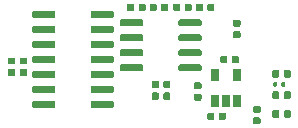
<source format=gbr>
G04 #@! TF.GenerationSoftware,KiCad,Pcbnew,(5.1.5-0-10_14)*
G04 #@! TF.CreationDate,2020-05-02T21:38:08-07:00*
G04 #@! TF.ProjectId,EOGlass,454f476c-6173-4732-9e6b-696361645f70,rev?*
G04 #@! TF.SameCoordinates,Original*
G04 #@! TF.FileFunction,Paste,Bot*
G04 #@! TF.FilePolarity,Positive*
%FSLAX46Y46*%
G04 Gerber Fmt 4.6, Leading zero omitted, Abs format (unit mm)*
G04 Created by KiCad (PCBNEW (5.1.5-0-10_14)) date 2020-05-02 21:38:08*
%MOMM*%
%LPD*%
G04 APERTURE LIST*
%ADD10C,0.100000*%
%ADD11R,0.650000X1.060000*%
G04 APERTURE END LIST*
D10*
G36*
X138476958Y-68180710D02*
G01*
X138491276Y-68182834D01*
X138505317Y-68186351D01*
X138518946Y-68191228D01*
X138532031Y-68197417D01*
X138544447Y-68204858D01*
X138556073Y-68213481D01*
X138566798Y-68223202D01*
X138576519Y-68233927D01*
X138585142Y-68245553D01*
X138592583Y-68257969D01*
X138598772Y-68271054D01*
X138603649Y-68284683D01*
X138607166Y-68298724D01*
X138609290Y-68313042D01*
X138610000Y-68327500D01*
X138610000Y-68672500D01*
X138609290Y-68686958D01*
X138607166Y-68701276D01*
X138603649Y-68715317D01*
X138598772Y-68728946D01*
X138592583Y-68742031D01*
X138585142Y-68754447D01*
X138576519Y-68766073D01*
X138566798Y-68776798D01*
X138556073Y-68786519D01*
X138544447Y-68795142D01*
X138532031Y-68802583D01*
X138518946Y-68808772D01*
X138505317Y-68813649D01*
X138491276Y-68817166D01*
X138476958Y-68819290D01*
X138462500Y-68820000D01*
X138167500Y-68820000D01*
X138153042Y-68819290D01*
X138138724Y-68817166D01*
X138124683Y-68813649D01*
X138111054Y-68808772D01*
X138097969Y-68802583D01*
X138085553Y-68795142D01*
X138073927Y-68786519D01*
X138063202Y-68776798D01*
X138053481Y-68766073D01*
X138044858Y-68754447D01*
X138037417Y-68742031D01*
X138031228Y-68728946D01*
X138026351Y-68715317D01*
X138022834Y-68701276D01*
X138020710Y-68686958D01*
X138020000Y-68672500D01*
X138020000Y-68327500D01*
X138020710Y-68313042D01*
X138022834Y-68298724D01*
X138026351Y-68284683D01*
X138031228Y-68271054D01*
X138037417Y-68257969D01*
X138044858Y-68245553D01*
X138053481Y-68233927D01*
X138063202Y-68223202D01*
X138073927Y-68213481D01*
X138085553Y-68204858D01*
X138097969Y-68197417D01*
X138111054Y-68191228D01*
X138124683Y-68186351D01*
X138138724Y-68182834D01*
X138153042Y-68180710D01*
X138167500Y-68180000D01*
X138462500Y-68180000D01*
X138476958Y-68180710D01*
G37*
G36*
X139446958Y-68180710D02*
G01*
X139461276Y-68182834D01*
X139475317Y-68186351D01*
X139488946Y-68191228D01*
X139502031Y-68197417D01*
X139514447Y-68204858D01*
X139526073Y-68213481D01*
X139536798Y-68223202D01*
X139546519Y-68233927D01*
X139555142Y-68245553D01*
X139562583Y-68257969D01*
X139568772Y-68271054D01*
X139573649Y-68284683D01*
X139577166Y-68298724D01*
X139579290Y-68313042D01*
X139580000Y-68327500D01*
X139580000Y-68672500D01*
X139579290Y-68686958D01*
X139577166Y-68701276D01*
X139573649Y-68715317D01*
X139568772Y-68728946D01*
X139562583Y-68742031D01*
X139555142Y-68754447D01*
X139546519Y-68766073D01*
X139536798Y-68776798D01*
X139526073Y-68786519D01*
X139514447Y-68795142D01*
X139502031Y-68802583D01*
X139488946Y-68808772D01*
X139475317Y-68813649D01*
X139461276Y-68817166D01*
X139446958Y-68819290D01*
X139432500Y-68820000D01*
X139137500Y-68820000D01*
X139123042Y-68819290D01*
X139108724Y-68817166D01*
X139094683Y-68813649D01*
X139081054Y-68808772D01*
X139067969Y-68802583D01*
X139055553Y-68795142D01*
X139043927Y-68786519D01*
X139033202Y-68776798D01*
X139023481Y-68766073D01*
X139014858Y-68754447D01*
X139007417Y-68742031D01*
X139001228Y-68728946D01*
X138996351Y-68715317D01*
X138992834Y-68701276D01*
X138990710Y-68686958D01*
X138990000Y-68672500D01*
X138990000Y-68327500D01*
X138990710Y-68313042D01*
X138992834Y-68298724D01*
X138996351Y-68284683D01*
X139001228Y-68271054D01*
X139007417Y-68257969D01*
X139014858Y-68245553D01*
X139023481Y-68233927D01*
X139033202Y-68223202D01*
X139043927Y-68213481D01*
X139055553Y-68204858D01*
X139067969Y-68197417D01*
X139081054Y-68191228D01*
X139094683Y-68186351D01*
X139108724Y-68182834D01*
X139123042Y-68180710D01*
X139137500Y-68180000D01*
X139432500Y-68180000D01*
X139446958Y-68180710D01*
G37*
G36*
X138476958Y-69980710D02*
G01*
X138491276Y-69982834D01*
X138505317Y-69986351D01*
X138518946Y-69991228D01*
X138532031Y-69997417D01*
X138544447Y-70004858D01*
X138556073Y-70013481D01*
X138566798Y-70023202D01*
X138576519Y-70033927D01*
X138585142Y-70045553D01*
X138592583Y-70057969D01*
X138598772Y-70071054D01*
X138603649Y-70084683D01*
X138607166Y-70098724D01*
X138609290Y-70113042D01*
X138610000Y-70127500D01*
X138610000Y-70472500D01*
X138609290Y-70486958D01*
X138607166Y-70501276D01*
X138603649Y-70515317D01*
X138598772Y-70528946D01*
X138592583Y-70542031D01*
X138585142Y-70554447D01*
X138576519Y-70566073D01*
X138566798Y-70576798D01*
X138556073Y-70586519D01*
X138544447Y-70595142D01*
X138532031Y-70602583D01*
X138518946Y-70608772D01*
X138505317Y-70613649D01*
X138491276Y-70617166D01*
X138476958Y-70619290D01*
X138462500Y-70620000D01*
X138167500Y-70620000D01*
X138153042Y-70619290D01*
X138138724Y-70617166D01*
X138124683Y-70613649D01*
X138111054Y-70608772D01*
X138097969Y-70602583D01*
X138085553Y-70595142D01*
X138073927Y-70586519D01*
X138063202Y-70576798D01*
X138053481Y-70566073D01*
X138044858Y-70554447D01*
X138037417Y-70542031D01*
X138031228Y-70528946D01*
X138026351Y-70515317D01*
X138022834Y-70501276D01*
X138020710Y-70486958D01*
X138020000Y-70472500D01*
X138020000Y-70127500D01*
X138020710Y-70113042D01*
X138022834Y-70098724D01*
X138026351Y-70084683D01*
X138031228Y-70071054D01*
X138037417Y-70057969D01*
X138044858Y-70045553D01*
X138053481Y-70033927D01*
X138063202Y-70023202D01*
X138073927Y-70013481D01*
X138085553Y-70004858D01*
X138097969Y-69997417D01*
X138111054Y-69991228D01*
X138124683Y-69986351D01*
X138138724Y-69982834D01*
X138153042Y-69980710D01*
X138167500Y-69980000D01*
X138462500Y-69980000D01*
X138476958Y-69980710D01*
G37*
G36*
X139446958Y-69980710D02*
G01*
X139461276Y-69982834D01*
X139475317Y-69986351D01*
X139488946Y-69991228D01*
X139502031Y-69997417D01*
X139514447Y-70004858D01*
X139526073Y-70013481D01*
X139536798Y-70023202D01*
X139546519Y-70033927D01*
X139555142Y-70045553D01*
X139562583Y-70057969D01*
X139568772Y-70071054D01*
X139573649Y-70084683D01*
X139577166Y-70098724D01*
X139579290Y-70113042D01*
X139580000Y-70127500D01*
X139580000Y-70472500D01*
X139579290Y-70486958D01*
X139577166Y-70501276D01*
X139573649Y-70515317D01*
X139568772Y-70528946D01*
X139562583Y-70542031D01*
X139555142Y-70554447D01*
X139546519Y-70566073D01*
X139536798Y-70576798D01*
X139526073Y-70586519D01*
X139514447Y-70595142D01*
X139502031Y-70602583D01*
X139488946Y-70608772D01*
X139475317Y-70613649D01*
X139461276Y-70617166D01*
X139446958Y-70619290D01*
X139432500Y-70620000D01*
X139137500Y-70620000D01*
X139123042Y-70619290D01*
X139108724Y-70617166D01*
X139094683Y-70613649D01*
X139081054Y-70608772D01*
X139067969Y-70602583D01*
X139055553Y-70595142D01*
X139043927Y-70586519D01*
X139033202Y-70576798D01*
X139023481Y-70566073D01*
X139014858Y-70554447D01*
X139007417Y-70542031D01*
X139001228Y-70528946D01*
X138996351Y-70515317D01*
X138992834Y-70501276D01*
X138990710Y-70486958D01*
X138990000Y-70472500D01*
X138990000Y-70127500D01*
X138990710Y-70113042D01*
X138992834Y-70098724D01*
X138996351Y-70084683D01*
X139001228Y-70071054D01*
X139007417Y-70057969D01*
X139014858Y-70045553D01*
X139023481Y-70033927D01*
X139033202Y-70023202D01*
X139043927Y-70013481D01*
X139055553Y-70004858D01*
X139067969Y-69997417D01*
X139081054Y-69991228D01*
X139094683Y-69986351D01*
X139108724Y-69982834D01*
X139123042Y-69980710D01*
X139137500Y-69980000D01*
X139432500Y-69980000D01*
X139446958Y-69980710D01*
G37*
G36*
X139446958Y-71580710D02*
G01*
X139461276Y-71582834D01*
X139475317Y-71586351D01*
X139488946Y-71591228D01*
X139502031Y-71597417D01*
X139514447Y-71604858D01*
X139526073Y-71613481D01*
X139536798Y-71623202D01*
X139546519Y-71633927D01*
X139555142Y-71645553D01*
X139562583Y-71657969D01*
X139568772Y-71671054D01*
X139573649Y-71684683D01*
X139577166Y-71698724D01*
X139579290Y-71713042D01*
X139580000Y-71727500D01*
X139580000Y-72072500D01*
X139579290Y-72086958D01*
X139577166Y-72101276D01*
X139573649Y-72115317D01*
X139568772Y-72128946D01*
X139562583Y-72142031D01*
X139555142Y-72154447D01*
X139546519Y-72166073D01*
X139536798Y-72176798D01*
X139526073Y-72186519D01*
X139514447Y-72195142D01*
X139502031Y-72202583D01*
X139488946Y-72208772D01*
X139475317Y-72213649D01*
X139461276Y-72217166D01*
X139446958Y-72219290D01*
X139432500Y-72220000D01*
X139137500Y-72220000D01*
X139123042Y-72219290D01*
X139108724Y-72217166D01*
X139094683Y-72213649D01*
X139081054Y-72208772D01*
X139067969Y-72202583D01*
X139055553Y-72195142D01*
X139043927Y-72186519D01*
X139033202Y-72176798D01*
X139023481Y-72166073D01*
X139014858Y-72154447D01*
X139007417Y-72142031D01*
X139001228Y-72128946D01*
X138996351Y-72115317D01*
X138992834Y-72101276D01*
X138990710Y-72086958D01*
X138990000Y-72072500D01*
X138990000Y-71727500D01*
X138990710Y-71713042D01*
X138992834Y-71698724D01*
X138996351Y-71684683D01*
X139001228Y-71671054D01*
X139007417Y-71657969D01*
X139014858Y-71645553D01*
X139023481Y-71633927D01*
X139033202Y-71623202D01*
X139043927Y-71613481D01*
X139055553Y-71604858D01*
X139067969Y-71597417D01*
X139081054Y-71591228D01*
X139094683Y-71586351D01*
X139108724Y-71582834D01*
X139123042Y-71580710D01*
X139137500Y-71580000D01*
X139432500Y-71580000D01*
X139446958Y-71580710D01*
G37*
G36*
X138476958Y-71580710D02*
G01*
X138491276Y-71582834D01*
X138505317Y-71586351D01*
X138518946Y-71591228D01*
X138532031Y-71597417D01*
X138544447Y-71604858D01*
X138556073Y-71613481D01*
X138566798Y-71623202D01*
X138576519Y-71633927D01*
X138585142Y-71645553D01*
X138592583Y-71657969D01*
X138598772Y-71671054D01*
X138603649Y-71684683D01*
X138607166Y-71698724D01*
X138609290Y-71713042D01*
X138610000Y-71727500D01*
X138610000Y-72072500D01*
X138609290Y-72086958D01*
X138607166Y-72101276D01*
X138603649Y-72115317D01*
X138598772Y-72128946D01*
X138592583Y-72142031D01*
X138585142Y-72154447D01*
X138576519Y-72166073D01*
X138566798Y-72176798D01*
X138556073Y-72186519D01*
X138544447Y-72195142D01*
X138532031Y-72202583D01*
X138518946Y-72208772D01*
X138505317Y-72213649D01*
X138491276Y-72217166D01*
X138476958Y-72219290D01*
X138462500Y-72220000D01*
X138167500Y-72220000D01*
X138153042Y-72219290D01*
X138138724Y-72217166D01*
X138124683Y-72213649D01*
X138111054Y-72208772D01*
X138097969Y-72202583D01*
X138085553Y-72195142D01*
X138073927Y-72186519D01*
X138063202Y-72176798D01*
X138053481Y-72166073D01*
X138044858Y-72154447D01*
X138037417Y-72142031D01*
X138031228Y-72128946D01*
X138026351Y-72115317D01*
X138022834Y-72101276D01*
X138020710Y-72086958D01*
X138020000Y-72072500D01*
X138020000Y-71727500D01*
X138020710Y-71713042D01*
X138022834Y-71698724D01*
X138026351Y-71684683D01*
X138031228Y-71671054D01*
X138037417Y-71657969D01*
X138044858Y-71645553D01*
X138053481Y-71633927D01*
X138063202Y-71623202D01*
X138073927Y-71613481D01*
X138085553Y-71604858D01*
X138097969Y-71597417D01*
X138111054Y-71591228D01*
X138124683Y-71586351D01*
X138138724Y-71582834D01*
X138153042Y-71580710D01*
X138167500Y-71580000D01*
X138462500Y-71580000D01*
X138476958Y-71580710D01*
G37*
G36*
X136886958Y-72190710D02*
G01*
X136901276Y-72192834D01*
X136915317Y-72196351D01*
X136928946Y-72201228D01*
X136942031Y-72207417D01*
X136954447Y-72214858D01*
X136966073Y-72223481D01*
X136976798Y-72233202D01*
X136986519Y-72243927D01*
X136995142Y-72255553D01*
X137002583Y-72267969D01*
X137008772Y-72281054D01*
X137013649Y-72294683D01*
X137017166Y-72308724D01*
X137019290Y-72323042D01*
X137020000Y-72337500D01*
X137020000Y-72632500D01*
X137019290Y-72646958D01*
X137017166Y-72661276D01*
X137013649Y-72675317D01*
X137008772Y-72688946D01*
X137002583Y-72702031D01*
X136995142Y-72714447D01*
X136986519Y-72726073D01*
X136976798Y-72736798D01*
X136966073Y-72746519D01*
X136954447Y-72755142D01*
X136942031Y-72762583D01*
X136928946Y-72768772D01*
X136915317Y-72773649D01*
X136901276Y-72777166D01*
X136886958Y-72779290D01*
X136872500Y-72780000D01*
X136527500Y-72780000D01*
X136513042Y-72779290D01*
X136498724Y-72777166D01*
X136484683Y-72773649D01*
X136471054Y-72768772D01*
X136457969Y-72762583D01*
X136445553Y-72755142D01*
X136433927Y-72746519D01*
X136423202Y-72736798D01*
X136413481Y-72726073D01*
X136404858Y-72714447D01*
X136397417Y-72702031D01*
X136391228Y-72688946D01*
X136386351Y-72675317D01*
X136382834Y-72661276D01*
X136380710Y-72646958D01*
X136380000Y-72632500D01*
X136380000Y-72337500D01*
X136380710Y-72323042D01*
X136382834Y-72308724D01*
X136386351Y-72294683D01*
X136391228Y-72281054D01*
X136397417Y-72267969D01*
X136404858Y-72255553D01*
X136413481Y-72243927D01*
X136423202Y-72233202D01*
X136433927Y-72223481D01*
X136445553Y-72214858D01*
X136457969Y-72207417D01*
X136471054Y-72201228D01*
X136484683Y-72196351D01*
X136498724Y-72192834D01*
X136513042Y-72190710D01*
X136527500Y-72190000D01*
X136872500Y-72190000D01*
X136886958Y-72190710D01*
G37*
G36*
X136886958Y-71220710D02*
G01*
X136901276Y-71222834D01*
X136915317Y-71226351D01*
X136928946Y-71231228D01*
X136942031Y-71237417D01*
X136954447Y-71244858D01*
X136966073Y-71253481D01*
X136976798Y-71263202D01*
X136986519Y-71273927D01*
X136995142Y-71285553D01*
X137002583Y-71297969D01*
X137008772Y-71311054D01*
X137013649Y-71324683D01*
X137017166Y-71338724D01*
X137019290Y-71353042D01*
X137020000Y-71367500D01*
X137020000Y-71662500D01*
X137019290Y-71676958D01*
X137017166Y-71691276D01*
X137013649Y-71705317D01*
X137008772Y-71718946D01*
X137002583Y-71732031D01*
X136995142Y-71744447D01*
X136986519Y-71756073D01*
X136976798Y-71766798D01*
X136966073Y-71776519D01*
X136954447Y-71785142D01*
X136942031Y-71792583D01*
X136928946Y-71798772D01*
X136915317Y-71803649D01*
X136901276Y-71807166D01*
X136886958Y-71809290D01*
X136872500Y-71810000D01*
X136527500Y-71810000D01*
X136513042Y-71809290D01*
X136498724Y-71807166D01*
X136484683Y-71803649D01*
X136471054Y-71798772D01*
X136457969Y-71792583D01*
X136445553Y-71785142D01*
X136433927Y-71776519D01*
X136423202Y-71766798D01*
X136413481Y-71756073D01*
X136404858Y-71744447D01*
X136397417Y-71732031D01*
X136391228Y-71718946D01*
X136386351Y-71705317D01*
X136382834Y-71691276D01*
X136380710Y-71676958D01*
X136380000Y-71662500D01*
X136380000Y-71367500D01*
X136380710Y-71353042D01*
X136382834Y-71338724D01*
X136386351Y-71324683D01*
X136391228Y-71311054D01*
X136397417Y-71297969D01*
X136404858Y-71285553D01*
X136413481Y-71273927D01*
X136423202Y-71263202D01*
X136433927Y-71253481D01*
X136445553Y-71244858D01*
X136457969Y-71237417D01*
X136471054Y-71231228D01*
X136484683Y-71226351D01*
X136498724Y-71222834D01*
X136513042Y-71220710D01*
X136527500Y-71220000D01*
X136872500Y-71220000D01*
X136886958Y-71220710D01*
G37*
G36*
X134076958Y-66980710D02*
G01*
X134091276Y-66982834D01*
X134105317Y-66986351D01*
X134118946Y-66991228D01*
X134132031Y-66997417D01*
X134144447Y-67004858D01*
X134156073Y-67013481D01*
X134166798Y-67023202D01*
X134176519Y-67033927D01*
X134185142Y-67045553D01*
X134192583Y-67057969D01*
X134198772Y-67071054D01*
X134203649Y-67084683D01*
X134207166Y-67098724D01*
X134209290Y-67113042D01*
X134210000Y-67127500D01*
X134210000Y-67472500D01*
X134209290Y-67486958D01*
X134207166Y-67501276D01*
X134203649Y-67515317D01*
X134198772Y-67528946D01*
X134192583Y-67542031D01*
X134185142Y-67554447D01*
X134176519Y-67566073D01*
X134166798Y-67576798D01*
X134156073Y-67586519D01*
X134144447Y-67595142D01*
X134132031Y-67602583D01*
X134118946Y-67608772D01*
X134105317Y-67613649D01*
X134091276Y-67617166D01*
X134076958Y-67619290D01*
X134062500Y-67620000D01*
X133767500Y-67620000D01*
X133753042Y-67619290D01*
X133738724Y-67617166D01*
X133724683Y-67613649D01*
X133711054Y-67608772D01*
X133697969Y-67602583D01*
X133685553Y-67595142D01*
X133673927Y-67586519D01*
X133663202Y-67576798D01*
X133653481Y-67566073D01*
X133644858Y-67554447D01*
X133637417Y-67542031D01*
X133631228Y-67528946D01*
X133626351Y-67515317D01*
X133622834Y-67501276D01*
X133620710Y-67486958D01*
X133620000Y-67472500D01*
X133620000Y-67127500D01*
X133620710Y-67113042D01*
X133622834Y-67098724D01*
X133626351Y-67084683D01*
X133631228Y-67071054D01*
X133637417Y-67057969D01*
X133644858Y-67045553D01*
X133653481Y-67033927D01*
X133663202Y-67023202D01*
X133673927Y-67013481D01*
X133685553Y-67004858D01*
X133697969Y-66997417D01*
X133711054Y-66991228D01*
X133724683Y-66986351D01*
X133738724Y-66982834D01*
X133753042Y-66980710D01*
X133767500Y-66980000D01*
X134062500Y-66980000D01*
X134076958Y-66980710D01*
G37*
G36*
X135046958Y-66980710D02*
G01*
X135061276Y-66982834D01*
X135075317Y-66986351D01*
X135088946Y-66991228D01*
X135102031Y-66997417D01*
X135114447Y-67004858D01*
X135126073Y-67013481D01*
X135136798Y-67023202D01*
X135146519Y-67033927D01*
X135155142Y-67045553D01*
X135162583Y-67057969D01*
X135168772Y-67071054D01*
X135173649Y-67084683D01*
X135177166Y-67098724D01*
X135179290Y-67113042D01*
X135180000Y-67127500D01*
X135180000Y-67472500D01*
X135179290Y-67486958D01*
X135177166Y-67501276D01*
X135173649Y-67515317D01*
X135168772Y-67528946D01*
X135162583Y-67542031D01*
X135155142Y-67554447D01*
X135146519Y-67566073D01*
X135136798Y-67576798D01*
X135126073Y-67586519D01*
X135114447Y-67595142D01*
X135102031Y-67602583D01*
X135088946Y-67608772D01*
X135075317Y-67613649D01*
X135061276Y-67617166D01*
X135046958Y-67619290D01*
X135032500Y-67620000D01*
X134737500Y-67620000D01*
X134723042Y-67619290D01*
X134708724Y-67617166D01*
X134694683Y-67613649D01*
X134681054Y-67608772D01*
X134667969Y-67602583D01*
X134655553Y-67595142D01*
X134643927Y-67586519D01*
X134633202Y-67576798D01*
X134623481Y-67566073D01*
X134614858Y-67554447D01*
X134607417Y-67542031D01*
X134601228Y-67528946D01*
X134596351Y-67515317D01*
X134592834Y-67501276D01*
X134590710Y-67486958D01*
X134590000Y-67472500D01*
X134590000Y-67127500D01*
X134590710Y-67113042D01*
X134592834Y-67098724D01*
X134596351Y-67084683D01*
X134601228Y-67071054D01*
X134607417Y-67057969D01*
X134614858Y-67045553D01*
X134623481Y-67033927D01*
X134633202Y-67023202D01*
X134643927Y-67013481D01*
X134655553Y-67004858D01*
X134667969Y-66997417D01*
X134681054Y-66991228D01*
X134694683Y-66986351D01*
X134708724Y-66982834D01*
X134723042Y-66980710D01*
X134737500Y-66980000D01*
X135032500Y-66980000D01*
X135046958Y-66980710D01*
G37*
G36*
X128276958Y-69080710D02*
G01*
X128291276Y-69082834D01*
X128305317Y-69086351D01*
X128318946Y-69091228D01*
X128332031Y-69097417D01*
X128344447Y-69104858D01*
X128356073Y-69113481D01*
X128366798Y-69123202D01*
X128376519Y-69133927D01*
X128385142Y-69145553D01*
X128392583Y-69157969D01*
X128398772Y-69171054D01*
X128403649Y-69184683D01*
X128407166Y-69198724D01*
X128409290Y-69213042D01*
X128410000Y-69227500D01*
X128410000Y-69572500D01*
X128409290Y-69586958D01*
X128407166Y-69601276D01*
X128403649Y-69615317D01*
X128398772Y-69628946D01*
X128392583Y-69642031D01*
X128385142Y-69654447D01*
X128376519Y-69666073D01*
X128366798Y-69676798D01*
X128356073Y-69686519D01*
X128344447Y-69695142D01*
X128332031Y-69702583D01*
X128318946Y-69708772D01*
X128305317Y-69713649D01*
X128291276Y-69717166D01*
X128276958Y-69719290D01*
X128262500Y-69720000D01*
X127967500Y-69720000D01*
X127953042Y-69719290D01*
X127938724Y-69717166D01*
X127924683Y-69713649D01*
X127911054Y-69708772D01*
X127897969Y-69702583D01*
X127885553Y-69695142D01*
X127873927Y-69686519D01*
X127863202Y-69676798D01*
X127853481Y-69666073D01*
X127844858Y-69654447D01*
X127837417Y-69642031D01*
X127831228Y-69628946D01*
X127826351Y-69615317D01*
X127822834Y-69601276D01*
X127820710Y-69586958D01*
X127820000Y-69572500D01*
X127820000Y-69227500D01*
X127820710Y-69213042D01*
X127822834Y-69198724D01*
X127826351Y-69184683D01*
X127831228Y-69171054D01*
X127837417Y-69157969D01*
X127844858Y-69145553D01*
X127853481Y-69133927D01*
X127863202Y-69123202D01*
X127873927Y-69113481D01*
X127885553Y-69104858D01*
X127897969Y-69097417D01*
X127911054Y-69091228D01*
X127924683Y-69086351D01*
X127938724Y-69082834D01*
X127953042Y-69080710D01*
X127967500Y-69080000D01*
X128262500Y-69080000D01*
X128276958Y-69080710D01*
G37*
G36*
X129246958Y-69080710D02*
G01*
X129261276Y-69082834D01*
X129275317Y-69086351D01*
X129288946Y-69091228D01*
X129302031Y-69097417D01*
X129314447Y-69104858D01*
X129326073Y-69113481D01*
X129336798Y-69123202D01*
X129346519Y-69133927D01*
X129355142Y-69145553D01*
X129362583Y-69157969D01*
X129368772Y-69171054D01*
X129373649Y-69184683D01*
X129377166Y-69198724D01*
X129379290Y-69213042D01*
X129380000Y-69227500D01*
X129380000Y-69572500D01*
X129379290Y-69586958D01*
X129377166Y-69601276D01*
X129373649Y-69615317D01*
X129368772Y-69628946D01*
X129362583Y-69642031D01*
X129355142Y-69654447D01*
X129346519Y-69666073D01*
X129336798Y-69676798D01*
X129326073Y-69686519D01*
X129314447Y-69695142D01*
X129302031Y-69702583D01*
X129288946Y-69708772D01*
X129275317Y-69713649D01*
X129261276Y-69717166D01*
X129246958Y-69719290D01*
X129232500Y-69720000D01*
X128937500Y-69720000D01*
X128923042Y-69719290D01*
X128908724Y-69717166D01*
X128894683Y-69713649D01*
X128881054Y-69708772D01*
X128867969Y-69702583D01*
X128855553Y-69695142D01*
X128843927Y-69686519D01*
X128833202Y-69676798D01*
X128823481Y-69666073D01*
X128814858Y-69654447D01*
X128807417Y-69642031D01*
X128801228Y-69628946D01*
X128796351Y-69615317D01*
X128792834Y-69601276D01*
X128790710Y-69586958D01*
X128790000Y-69572500D01*
X128790000Y-69227500D01*
X128790710Y-69213042D01*
X128792834Y-69198724D01*
X128796351Y-69184683D01*
X128801228Y-69171054D01*
X128807417Y-69157969D01*
X128814858Y-69145553D01*
X128823481Y-69133927D01*
X128833202Y-69123202D01*
X128843927Y-69113481D01*
X128855553Y-69104858D01*
X128867969Y-69097417D01*
X128881054Y-69091228D01*
X128894683Y-69086351D01*
X128908724Y-69082834D01*
X128923042Y-69080710D01*
X128937500Y-69080000D01*
X129232500Y-69080000D01*
X129246958Y-69080710D01*
G37*
G36*
X133946958Y-71780710D02*
G01*
X133961276Y-71782834D01*
X133975317Y-71786351D01*
X133988946Y-71791228D01*
X134002031Y-71797417D01*
X134014447Y-71804858D01*
X134026073Y-71813481D01*
X134036798Y-71823202D01*
X134046519Y-71833927D01*
X134055142Y-71845553D01*
X134062583Y-71857969D01*
X134068772Y-71871054D01*
X134073649Y-71884683D01*
X134077166Y-71898724D01*
X134079290Y-71913042D01*
X134080000Y-71927500D01*
X134080000Y-72272500D01*
X134079290Y-72286958D01*
X134077166Y-72301276D01*
X134073649Y-72315317D01*
X134068772Y-72328946D01*
X134062583Y-72342031D01*
X134055142Y-72354447D01*
X134046519Y-72366073D01*
X134036798Y-72376798D01*
X134026073Y-72386519D01*
X134014447Y-72395142D01*
X134002031Y-72402583D01*
X133988946Y-72408772D01*
X133975317Y-72413649D01*
X133961276Y-72417166D01*
X133946958Y-72419290D01*
X133932500Y-72420000D01*
X133637500Y-72420000D01*
X133623042Y-72419290D01*
X133608724Y-72417166D01*
X133594683Y-72413649D01*
X133581054Y-72408772D01*
X133567969Y-72402583D01*
X133555553Y-72395142D01*
X133543927Y-72386519D01*
X133533202Y-72376798D01*
X133523481Y-72366073D01*
X133514858Y-72354447D01*
X133507417Y-72342031D01*
X133501228Y-72328946D01*
X133496351Y-72315317D01*
X133492834Y-72301276D01*
X133490710Y-72286958D01*
X133490000Y-72272500D01*
X133490000Y-71927500D01*
X133490710Y-71913042D01*
X133492834Y-71898724D01*
X133496351Y-71884683D01*
X133501228Y-71871054D01*
X133507417Y-71857969D01*
X133514858Y-71845553D01*
X133523481Y-71833927D01*
X133533202Y-71823202D01*
X133543927Y-71813481D01*
X133555553Y-71804858D01*
X133567969Y-71797417D01*
X133581054Y-71791228D01*
X133594683Y-71786351D01*
X133608724Y-71782834D01*
X133623042Y-71780710D01*
X133637500Y-71780000D01*
X133932500Y-71780000D01*
X133946958Y-71780710D01*
G37*
G36*
X132976958Y-71780710D02*
G01*
X132991276Y-71782834D01*
X133005317Y-71786351D01*
X133018946Y-71791228D01*
X133032031Y-71797417D01*
X133044447Y-71804858D01*
X133056073Y-71813481D01*
X133066798Y-71823202D01*
X133076519Y-71833927D01*
X133085142Y-71845553D01*
X133092583Y-71857969D01*
X133098772Y-71871054D01*
X133103649Y-71884683D01*
X133107166Y-71898724D01*
X133109290Y-71913042D01*
X133110000Y-71927500D01*
X133110000Y-72272500D01*
X133109290Y-72286958D01*
X133107166Y-72301276D01*
X133103649Y-72315317D01*
X133098772Y-72328946D01*
X133092583Y-72342031D01*
X133085142Y-72354447D01*
X133076519Y-72366073D01*
X133066798Y-72376798D01*
X133056073Y-72386519D01*
X133044447Y-72395142D01*
X133032031Y-72402583D01*
X133018946Y-72408772D01*
X133005317Y-72413649D01*
X132991276Y-72417166D01*
X132976958Y-72419290D01*
X132962500Y-72420000D01*
X132667500Y-72420000D01*
X132653042Y-72419290D01*
X132638724Y-72417166D01*
X132624683Y-72413649D01*
X132611054Y-72408772D01*
X132597969Y-72402583D01*
X132585553Y-72395142D01*
X132573927Y-72386519D01*
X132563202Y-72376798D01*
X132553481Y-72366073D01*
X132544858Y-72354447D01*
X132537417Y-72342031D01*
X132531228Y-72328946D01*
X132526351Y-72315317D01*
X132522834Y-72301276D01*
X132520710Y-72286958D01*
X132520000Y-72272500D01*
X132520000Y-71927500D01*
X132520710Y-71913042D01*
X132522834Y-71898724D01*
X132526351Y-71884683D01*
X132531228Y-71871054D01*
X132537417Y-71857969D01*
X132544858Y-71845553D01*
X132553481Y-71833927D01*
X132563202Y-71823202D01*
X132573927Y-71813481D01*
X132585553Y-71804858D01*
X132597969Y-71797417D01*
X132611054Y-71791228D01*
X132624683Y-71786351D01*
X132638724Y-71782834D01*
X132653042Y-71780710D01*
X132667500Y-71780000D01*
X132962500Y-71780000D01*
X132976958Y-71780710D01*
G37*
G36*
X131046958Y-62550710D02*
G01*
X131061276Y-62552834D01*
X131075317Y-62556351D01*
X131088946Y-62561228D01*
X131102031Y-62567417D01*
X131114447Y-62574858D01*
X131126073Y-62583481D01*
X131136798Y-62593202D01*
X131146519Y-62603927D01*
X131155142Y-62615553D01*
X131162583Y-62627969D01*
X131168772Y-62641054D01*
X131173649Y-62654683D01*
X131177166Y-62668724D01*
X131179290Y-62683042D01*
X131180000Y-62697500D01*
X131180000Y-63042500D01*
X131179290Y-63056958D01*
X131177166Y-63071276D01*
X131173649Y-63085317D01*
X131168772Y-63098946D01*
X131162583Y-63112031D01*
X131155142Y-63124447D01*
X131146519Y-63136073D01*
X131136798Y-63146798D01*
X131126073Y-63156519D01*
X131114447Y-63165142D01*
X131102031Y-63172583D01*
X131088946Y-63178772D01*
X131075317Y-63183649D01*
X131061276Y-63187166D01*
X131046958Y-63189290D01*
X131032500Y-63190000D01*
X130737500Y-63190000D01*
X130723042Y-63189290D01*
X130708724Y-63187166D01*
X130694683Y-63183649D01*
X130681054Y-63178772D01*
X130667969Y-63172583D01*
X130655553Y-63165142D01*
X130643927Y-63156519D01*
X130633202Y-63146798D01*
X130623481Y-63136073D01*
X130614858Y-63124447D01*
X130607417Y-63112031D01*
X130601228Y-63098946D01*
X130596351Y-63085317D01*
X130592834Y-63071276D01*
X130590710Y-63056958D01*
X130590000Y-63042500D01*
X130590000Y-62697500D01*
X130590710Y-62683042D01*
X130592834Y-62668724D01*
X130596351Y-62654683D01*
X130601228Y-62641054D01*
X130607417Y-62627969D01*
X130614858Y-62615553D01*
X130623481Y-62603927D01*
X130633202Y-62593202D01*
X130643927Y-62583481D01*
X130655553Y-62574858D01*
X130667969Y-62567417D01*
X130681054Y-62561228D01*
X130694683Y-62556351D01*
X130708724Y-62552834D01*
X130723042Y-62550710D01*
X130737500Y-62550000D01*
X131032500Y-62550000D01*
X131046958Y-62550710D01*
G37*
G36*
X130076958Y-62550710D02*
G01*
X130091276Y-62552834D01*
X130105317Y-62556351D01*
X130118946Y-62561228D01*
X130132031Y-62567417D01*
X130144447Y-62574858D01*
X130156073Y-62583481D01*
X130166798Y-62593202D01*
X130176519Y-62603927D01*
X130185142Y-62615553D01*
X130192583Y-62627969D01*
X130198772Y-62641054D01*
X130203649Y-62654683D01*
X130207166Y-62668724D01*
X130209290Y-62683042D01*
X130210000Y-62697500D01*
X130210000Y-63042500D01*
X130209290Y-63056958D01*
X130207166Y-63071276D01*
X130203649Y-63085317D01*
X130198772Y-63098946D01*
X130192583Y-63112031D01*
X130185142Y-63124447D01*
X130176519Y-63136073D01*
X130166798Y-63146798D01*
X130156073Y-63156519D01*
X130144447Y-63165142D01*
X130132031Y-63172583D01*
X130118946Y-63178772D01*
X130105317Y-63183649D01*
X130091276Y-63187166D01*
X130076958Y-63189290D01*
X130062500Y-63190000D01*
X129767500Y-63190000D01*
X129753042Y-63189290D01*
X129738724Y-63187166D01*
X129724683Y-63183649D01*
X129711054Y-63178772D01*
X129697969Y-63172583D01*
X129685553Y-63165142D01*
X129673927Y-63156519D01*
X129663202Y-63146798D01*
X129653481Y-63136073D01*
X129644858Y-63124447D01*
X129637417Y-63112031D01*
X129631228Y-63098946D01*
X129626351Y-63085317D01*
X129622834Y-63071276D01*
X129620710Y-63056958D01*
X129620000Y-63042500D01*
X129620000Y-62697500D01*
X129620710Y-62683042D01*
X129622834Y-62668724D01*
X129626351Y-62654683D01*
X129631228Y-62641054D01*
X129637417Y-62627969D01*
X129644858Y-62615553D01*
X129653481Y-62603927D01*
X129663202Y-62593202D01*
X129673927Y-62583481D01*
X129685553Y-62574858D01*
X129697969Y-62567417D01*
X129711054Y-62561228D01*
X129724683Y-62556351D01*
X129738724Y-62552834D01*
X129753042Y-62550710D01*
X129767500Y-62550000D01*
X130062500Y-62550000D01*
X130076958Y-62550710D01*
G37*
G36*
X128276958Y-70080710D02*
G01*
X128291276Y-70082834D01*
X128305317Y-70086351D01*
X128318946Y-70091228D01*
X128332031Y-70097417D01*
X128344447Y-70104858D01*
X128356073Y-70113481D01*
X128366798Y-70123202D01*
X128376519Y-70133927D01*
X128385142Y-70145553D01*
X128392583Y-70157969D01*
X128398772Y-70171054D01*
X128403649Y-70184683D01*
X128407166Y-70198724D01*
X128409290Y-70213042D01*
X128410000Y-70227500D01*
X128410000Y-70572500D01*
X128409290Y-70586958D01*
X128407166Y-70601276D01*
X128403649Y-70615317D01*
X128398772Y-70628946D01*
X128392583Y-70642031D01*
X128385142Y-70654447D01*
X128376519Y-70666073D01*
X128366798Y-70676798D01*
X128356073Y-70686519D01*
X128344447Y-70695142D01*
X128332031Y-70702583D01*
X128318946Y-70708772D01*
X128305317Y-70713649D01*
X128291276Y-70717166D01*
X128276958Y-70719290D01*
X128262500Y-70720000D01*
X127967500Y-70720000D01*
X127953042Y-70719290D01*
X127938724Y-70717166D01*
X127924683Y-70713649D01*
X127911054Y-70708772D01*
X127897969Y-70702583D01*
X127885553Y-70695142D01*
X127873927Y-70686519D01*
X127863202Y-70676798D01*
X127853481Y-70666073D01*
X127844858Y-70654447D01*
X127837417Y-70642031D01*
X127831228Y-70628946D01*
X127826351Y-70615317D01*
X127822834Y-70601276D01*
X127820710Y-70586958D01*
X127820000Y-70572500D01*
X127820000Y-70227500D01*
X127820710Y-70213042D01*
X127822834Y-70198724D01*
X127826351Y-70184683D01*
X127831228Y-70171054D01*
X127837417Y-70157969D01*
X127844858Y-70145553D01*
X127853481Y-70133927D01*
X127863202Y-70123202D01*
X127873927Y-70113481D01*
X127885553Y-70104858D01*
X127897969Y-70097417D01*
X127911054Y-70091228D01*
X127924683Y-70086351D01*
X127938724Y-70082834D01*
X127953042Y-70080710D01*
X127967500Y-70080000D01*
X128262500Y-70080000D01*
X128276958Y-70080710D01*
G37*
G36*
X129246958Y-70080710D02*
G01*
X129261276Y-70082834D01*
X129275317Y-70086351D01*
X129288946Y-70091228D01*
X129302031Y-70097417D01*
X129314447Y-70104858D01*
X129326073Y-70113481D01*
X129336798Y-70123202D01*
X129346519Y-70133927D01*
X129355142Y-70145553D01*
X129362583Y-70157969D01*
X129368772Y-70171054D01*
X129373649Y-70184683D01*
X129377166Y-70198724D01*
X129379290Y-70213042D01*
X129380000Y-70227500D01*
X129380000Y-70572500D01*
X129379290Y-70586958D01*
X129377166Y-70601276D01*
X129373649Y-70615317D01*
X129368772Y-70628946D01*
X129362583Y-70642031D01*
X129355142Y-70654447D01*
X129346519Y-70666073D01*
X129336798Y-70676798D01*
X129326073Y-70686519D01*
X129314447Y-70695142D01*
X129302031Y-70702583D01*
X129288946Y-70708772D01*
X129275317Y-70713649D01*
X129261276Y-70717166D01*
X129246958Y-70719290D01*
X129232500Y-70720000D01*
X128937500Y-70720000D01*
X128923042Y-70719290D01*
X128908724Y-70717166D01*
X128894683Y-70713649D01*
X128881054Y-70708772D01*
X128867969Y-70702583D01*
X128855553Y-70695142D01*
X128843927Y-70686519D01*
X128833202Y-70676798D01*
X128823481Y-70666073D01*
X128814858Y-70654447D01*
X128807417Y-70642031D01*
X128801228Y-70628946D01*
X128796351Y-70615317D01*
X128792834Y-70601276D01*
X128790710Y-70586958D01*
X128790000Y-70572500D01*
X128790000Y-70227500D01*
X128790710Y-70213042D01*
X128792834Y-70198724D01*
X128796351Y-70184683D01*
X128801228Y-70171054D01*
X128807417Y-70157969D01*
X128814858Y-70145553D01*
X128823481Y-70133927D01*
X128833202Y-70123202D01*
X128843927Y-70113481D01*
X128855553Y-70104858D01*
X128867969Y-70097417D01*
X128881054Y-70091228D01*
X128894683Y-70086351D01*
X128908724Y-70082834D01*
X128923042Y-70080710D01*
X128937500Y-70080000D01*
X129232500Y-70080000D01*
X129246958Y-70080710D01*
G37*
G36*
X129056958Y-62560710D02*
G01*
X129071276Y-62562834D01*
X129085317Y-62566351D01*
X129098946Y-62571228D01*
X129112031Y-62577417D01*
X129124447Y-62584858D01*
X129136073Y-62593481D01*
X129146798Y-62603202D01*
X129156519Y-62613927D01*
X129165142Y-62625553D01*
X129172583Y-62637969D01*
X129178772Y-62651054D01*
X129183649Y-62664683D01*
X129187166Y-62678724D01*
X129189290Y-62693042D01*
X129190000Y-62707500D01*
X129190000Y-63052500D01*
X129189290Y-63066958D01*
X129187166Y-63081276D01*
X129183649Y-63095317D01*
X129178772Y-63108946D01*
X129172583Y-63122031D01*
X129165142Y-63134447D01*
X129156519Y-63146073D01*
X129146798Y-63156798D01*
X129136073Y-63166519D01*
X129124447Y-63175142D01*
X129112031Y-63182583D01*
X129098946Y-63188772D01*
X129085317Y-63193649D01*
X129071276Y-63197166D01*
X129056958Y-63199290D01*
X129042500Y-63200000D01*
X128747500Y-63200000D01*
X128733042Y-63199290D01*
X128718724Y-63197166D01*
X128704683Y-63193649D01*
X128691054Y-63188772D01*
X128677969Y-63182583D01*
X128665553Y-63175142D01*
X128653927Y-63166519D01*
X128643202Y-63156798D01*
X128633481Y-63146073D01*
X128624858Y-63134447D01*
X128617417Y-63122031D01*
X128611228Y-63108946D01*
X128606351Y-63095317D01*
X128602834Y-63081276D01*
X128600710Y-63066958D01*
X128600000Y-63052500D01*
X128600000Y-62707500D01*
X128600710Y-62693042D01*
X128602834Y-62678724D01*
X128606351Y-62664683D01*
X128611228Y-62651054D01*
X128617417Y-62637969D01*
X128624858Y-62625553D01*
X128633481Y-62613927D01*
X128643202Y-62603202D01*
X128653927Y-62593481D01*
X128665553Y-62584858D01*
X128677969Y-62577417D01*
X128691054Y-62571228D01*
X128704683Y-62566351D01*
X128718724Y-62562834D01*
X128733042Y-62560710D01*
X128747500Y-62560000D01*
X129042500Y-62560000D01*
X129056958Y-62560710D01*
G37*
G36*
X128086958Y-62560710D02*
G01*
X128101276Y-62562834D01*
X128115317Y-62566351D01*
X128128946Y-62571228D01*
X128142031Y-62577417D01*
X128154447Y-62584858D01*
X128166073Y-62593481D01*
X128176798Y-62603202D01*
X128186519Y-62613927D01*
X128195142Y-62625553D01*
X128202583Y-62637969D01*
X128208772Y-62651054D01*
X128213649Y-62664683D01*
X128217166Y-62678724D01*
X128219290Y-62693042D01*
X128220000Y-62707500D01*
X128220000Y-63052500D01*
X128219290Y-63066958D01*
X128217166Y-63081276D01*
X128213649Y-63095317D01*
X128208772Y-63108946D01*
X128202583Y-63122031D01*
X128195142Y-63134447D01*
X128186519Y-63146073D01*
X128176798Y-63156798D01*
X128166073Y-63166519D01*
X128154447Y-63175142D01*
X128142031Y-63182583D01*
X128128946Y-63188772D01*
X128115317Y-63193649D01*
X128101276Y-63197166D01*
X128086958Y-63199290D01*
X128072500Y-63200000D01*
X127777500Y-63200000D01*
X127763042Y-63199290D01*
X127748724Y-63197166D01*
X127734683Y-63193649D01*
X127721054Y-63188772D01*
X127707969Y-63182583D01*
X127695553Y-63175142D01*
X127683927Y-63166519D01*
X127673202Y-63156798D01*
X127663481Y-63146073D01*
X127654858Y-63134447D01*
X127647417Y-63122031D01*
X127641228Y-63108946D01*
X127636351Y-63095317D01*
X127632834Y-63081276D01*
X127630710Y-63066958D01*
X127630000Y-63052500D01*
X127630000Y-62707500D01*
X127630710Y-62693042D01*
X127632834Y-62678724D01*
X127636351Y-62664683D01*
X127641228Y-62651054D01*
X127647417Y-62637969D01*
X127654858Y-62625553D01*
X127663481Y-62613927D01*
X127673202Y-62603202D01*
X127683927Y-62593481D01*
X127695553Y-62584858D01*
X127707969Y-62577417D01*
X127721054Y-62571228D01*
X127734683Y-62566351D01*
X127748724Y-62562834D01*
X127763042Y-62560710D01*
X127777500Y-62560000D01*
X128072500Y-62560000D01*
X128086958Y-62560710D01*
G37*
G36*
X126176958Y-62560710D02*
G01*
X126191276Y-62562834D01*
X126205317Y-62566351D01*
X126218946Y-62571228D01*
X126232031Y-62577417D01*
X126244447Y-62584858D01*
X126256073Y-62593481D01*
X126266798Y-62603202D01*
X126276519Y-62613927D01*
X126285142Y-62625553D01*
X126292583Y-62637969D01*
X126298772Y-62651054D01*
X126303649Y-62664683D01*
X126307166Y-62678724D01*
X126309290Y-62693042D01*
X126310000Y-62707500D01*
X126310000Y-63052500D01*
X126309290Y-63066958D01*
X126307166Y-63081276D01*
X126303649Y-63095317D01*
X126298772Y-63108946D01*
X126292583Y-63122031D01*
X126285142Y-63134447D01*
X126276519Y-63146073D01*
X126266798Y-63156798D01*
X126256073Y-63166519D01*
X126244447Y-63175142D01*
X126232031Y-63182583D01*
X126218946Y-63188772D01*
X126205317Y-63193649D01*
X126191276Y-63197166D01*
X126176958Y-63199290D01*
X126162500Y-63200000D01*
X125867500Y-63200000D01*
X125853042Y-63199290D01*
X125838724Y-63197166D01*
X125824683Y-63193649D01*
X125811054Y-63188772D01*
X125797969Y-63182583D01*
X125785553Y-63175142D01*
X125773927Y-63166519D01*
X125763202Y-63156798D01*
X125753481Y-63146073D01*
X125744858Y-63134447D01*
X125737417Y-63122031D01*
X125731228Y-63108946D01*
X125726351Y-63095317D01*
X125722834Y-63081276D01*
X125720710Y-63066958D01*
X125720000Y-63052500D01*
X125720000Y-62707500D01*
X125720710Y-62693042D01*
X125722834Y-62678724D01*
X125726351Y-62664683D01*
X125731228Y-62651054D01*
X125737417Y-62637969D01*
X125744858Y-62625553D01*
X125753481Y-62613927D01*
X125763202Y-62603202D01*
X125773927Y-62593481D01*
X125785553Y-62584858D01*
X125797969Y-62577417D01*
X125811054Y-62571228D01*
X125824683Y-62566351D01*
X125838724Y-62562834D01*
X125853042Y-62560710D01*
X125867500Y-62560000D01*
X126162500Y-62560000D01*
X126176958Y-62560710D01*
G37*
G36*
X127146958Y-62560710D02*
G01*
X127161276Y-62562834D01*
X127175317Y-62566351D01*
X127188946Y-62571228D01*
X127202031Y-62577417D01*
X127214447Y-62584858D01*
X127226073Y-62593481D01*
X127236798Y-62603202D01*
X127246519Y-62613927D01*
X127255142Y-62625553D01*
X127262583Y-62637969D01*
X127268772Y-62651054D01*
X127273649Y-62664683D01*
X127277166Y-62678724D01*
X127279290Y-62693042D01*
X127280000Y-62707500D01*
X127280000Y-63052500D01*
X127279290Y-63066958D01*
X127277166Y-63081276D01*
X127273649Y-63095317D01*
X127268772Y-63108946D01*
X127262583Y-63122031D01*
X127255142Y-63134447D01*
X127246519Y-63146073D01*
X127236798Y-63156798D01*
X127226073Y-63166519D01*
X127214447Y-63175142D01*
X127202031Y-63182583D01*
X127188946Y-63188772D01*
X127175317Y-63193649D01*
X127161276Y-63197166D01*
X127146958Y-63199290D01*
X127132500Y-63200000D01*
X126837500Y-63200000D01*
X126823042Y-63199290D01*
X126808724Y-63197166D01*
X126794683Y-63193649D01*
X126781054Y-63188772D01*
X126767969Y-63182583D01*
X126755553Y-63175142D01*
X126743927Y-63166519D01*
X126733202Y-63156798D01*
X126723481Y-63146073D01*
X126714858Y-63134447D01*
X126707417Y-63122031D01*
X126701228Y-63108946D01*
X126696351Y-63095317D01*
X126692834Y-63081276D01*
X126690710Y-63066958D01*
X126690000Y-63052500D01*
X126690000Y-62707500D01*
X126690710Y-62693042D01*
X126692834Y-62678724D01*
X126696351Y-62664683D01*
X126701228Y-62651054D01*
X126707417Y-62637969D01*
X126714858Y-62625553D01*
X126723481Y-62613927D01*
X126733202Y-62603202D01*
X126743927Y-62593481D01*
X126755553Y-62584858D01*
X126767969Y-62577417D01*
X126781054Y-62571228D01*
X126794683Y-62566351D01*
X126808724Y-62562834D01*
X126823042Y-62560710D01*
X126837500Y-62560000D01*
X127132500Y-62560000D01*
X127146958Y-62560710D01*
G37*
G36*
X135186958Y-63920710D02*
G01*
X135201276Y-63922834D01*
X135215317Y-63926351D01*
X135228946Y-63931228D01*
X135242031Y-63937417D01*
X135254447Y-63944858D01*
X135266073Y-63953481D01*
X135276798Y-63963202D01*
X135286519Y-63973927D01*
X135295142Y-63985553D01*
X135302583Y-63997969D01*
X135308772Y-64011054D01*
X135313649Y-64024683D01*
X135317166Y-64038724D01*
X135319290Y-64053042D01*
X135320000Y-64067500D01*
X135320000Y-64362500D01*
X135319290Y-64376958D01*
X135317166Y-64391276D01*
X135313649Y-64405317D01*
X135308772Y-64418946D01*
X135302583Y-64432031D01*
X135295142Y-64444447D01*
X135286519Y-64456073D01*
X135276798Y-64466798D01*
X135266073Y-64476519D01*
X135254447Y-64485142D01*
X135242031Y-64492583D01*
X135228946Y-64498772D01*
X135215317Y-64503649D01*
X135201276Y-64507166D01*
X135186958Y-64509290D01*
X135172500Y-64510000D01*
X134827500Y-64510000D01*
X134813042Y-64509290D01*
X134798724Y-64507166D01*
X134784683Y-64503649D01*
X134771054Y-64498772D01*
X134757969Y-64492583D01*
X134745553Y-64485142D01*
X134733927Y-64476519D01*
X134723202Y-64466798D01*
X134713481Y-64456073D01*
X134704858Y-64444447D01*
X134697417Y-64432031D01*
X134691228Y-64418946D01*
X134686351Y-64405317D01*
X134682834Y-64391276D01*
X134680710Y-64376958D01*
X134680000Y-64362500D01*
X134680000Y-64067500D01*
X134680710Y-64053042D01*
X134682834Y-64038724D01*
X134686351Y-64024683D01*
X134691228Y-64011054D01*
X134697417Y-63997969D01*
X134704858Y-63985553D01*
X134713481Y-63973927D01*
X134723202Y-63963202D01*
X134733927Y-63953481D01*
X134745553Y-63944858D01*
X134757969Y-63937417D01*
X134771054Y-63931228D01*
X134784683Y-63926351D01*
X134798724Y-63922834D01*
X134813042Y-63920710D01*
X134827500Y-63920000D01*
X135172500Y-63920000D01*
X135186958Y-63920710D01*
G37*
G36*
X135186958Y-64890710D02*
G01*
X135201276Y-64892834D01*
X135215317Y-64896351D01*
X135228946Y-64901228D01*
X135242031Y-64907417D01*
X135254447Y-64914858D01*
X135266073Y-64923481D01*
X135276798Y-64933202D01*
X135286519Y-64943927D01*
X135295142Y-64955553D01*
X135302583Y-64967969D01*
X135308772Y-64981054D01*
X135313649Y-64994683D01*
X135317166Y-65008724D01*
X135319290Y-65023042D01*
X135320000Y-65037500D01*
X135320000Y-65332500D01*
X135319290Y-65346958D01*
X135317166Y-65361276D01*
X135313649Y-65375317D01*
X135308772Y-65388946D01*
X135302583Y-65402031D01*
X135295142Y-65414447D01*
X135286519Y-65426073D01*
X135276798Y-65436798D01*
X135266073Y-65446519D01*
X135254447Y-65455142D01*
X135242031Y-65462583D01*
X135228946Y-65468772D01*
X135215317Y-65473649D01*
X135201276Y-65477166D01*
X135186958Y-65479290D01*
X135172500Y-65480000D01*
X134827500Y-65480000D01*
X134813042Y-65479290D01*
X134798724Y-65477166D01*
X134784683Y-65473649D01*
X134771054Y-65468772D01*
X134757969Y-65462583D01*
X134745553Y-65455142D01*
X134733927Y-65446519D01*
X134723202Y-65436798D01*
X134713481Y-65426073D01*
X134704858Y-65414447D01*
X134697417Y-65402031D01*
X134691228Y-65388946D01*
X134686351Y-65375317D01*
X134682834Y-65361276D01*
X134680710Y-65346958D01*
X134680000Y-65332500D01*
X134680000Y-65037500D01*
X134680710Y-65023042D01*
X134682834Y-65008724D01*
X134686351Y-64994683D01*
X134691228Y-64981054D01*
X134697417Y-64967969D01*
X134704858Y-64955553D01*
X134713481Y-64943927D01*
X134723202Y-64933202D01*
X134733927Y-64923481D01*
X134745553Y-64914858D01*
X134757969Y-64907417D01*
X134771054Y-64901228D01*
X134784683Y-64896351D01*
X134798724Y-64892834D01*
X134813042Y-64890710D01*
X134827500Y-64890000D01*
X135172500Y-64890000D01*
X135186958Y-64890710D01*
G37*
G36*
X131886958Y-69220710D02*
G01*
X131901276Y-69222834D01*
X131915317Y-69226351D01*
X131928946Y-69231228D01*
X131942031Y-69237417D01*
X131954447Y-69244858D01*
X131966073Y-69253481D01*
X131976798Y-69263202D01*
X131986519Y-69273927D01*
X131995142Y-69285553D01*
X132002583Y-69297969D01*
X132008772Y-69311054D01*
X132013649Y-69324683D01*
X132017166Y-69338724D01*
X132019290Y-69353042D01*
X132020000Y-69367500D01*
X132020000Y-69662500D01*
X132019290Y-69676958D01*
X132017166Y-69691276D01*
X132013649Y-69705317D01*
X132008772Y-69718946D01*
X132002583Y-69732031D01*
X131995142Y-69744447D01*
X131986519Y-69756073D01*
X131976798Y-69766798D01*
X131966073Y-69776519D01*
X131954447Y-69785142D01*
X131942031Y-69792583D01*
X131928946Y-69798772D01*
X131915317Y-69803649D01*
X131901276Y-69807166D01*
X131886958Y-69809290D01*
X131872500Y-69810000D01*
X131527500Y-69810000D01*
X131513042Y-69809290D01*
X131498724Y-69807166D01*
X131484683Y-69803649D01*
X131471054Y-69798772D01*
X131457969Y-69792583D01*
X131445553Y-69785142D01*
X131433927Y-69776519D01*
X131423202Y-69766798D01*
X131413481Y-69756073D01*
X131404858Y-69744447D01*
X131397417Y-69732031D01*
X131391228Y-69718946D01*
X131386351Y-69705317D01*
X131382834Y-69691276D01*
X131380710Y-69676958D01*
X131380000Y-69662500D01*
X131380000Y-69367500D01*
X131380710Y-69353042D01*
X131382834Y-69338724D01*
X131386351Y-69324683D01*
X131391228Y-69311054D01*
X131397417Y-69297969D01*
X131404858Y-69285553D01*
X131413481Y-69273927D01*
X131423202Y-69263202D01*
X131433927Y-69253481D01*
X131445553Y-69244858D01*
X131457969Y-69237417D01*
X131471054Y-69231228D01*
X131484683Y-69226351D01*
X131498724Y-69222834D01*
X131513042Y-69220710D01*
X131527500Y-69220000D01*
X131872500Y-69220000D01*
X131886958Y-69220710D01*
G37*
G36*
X131886958Y-70190710D02*
G01*
X131901276Y-70192834D01*
X131915317Y-70196351D01*
X131928946Y-70201228D01*
X131942031Y-70207417D01*
X131954447Y-70214858D01*
X131966073Y-70223481D01*
X131976798Y-70233202D01*
X131986519Y-70243927D01*
X131995142Y-70255553D01*
X132002583Y-70267969D01*
X132008772Y-70281054D01*
X132013649Y-70294683D01*
X132017166Y-70308724D01*
X132019290Y-70323042D01*
X132020000Y-70337500D01*
X132020000Y-70632500D01*
X132019290Y-70646958D01*
X132017166Y-70661276D01*
X132013649Y-70675317D01*
X132008772Y-70688946D01*
X132002583Y-70702031D01*
X131995142Y-70714447D01*
X131986519Y-70726073D01*
X131976798Y-70736798D01*
X131966073Y-70746519D01*
X131954447Y-70755142D01*
X131942031Y-70762583D01*
X131928946Y-70768772D01*
X131915317Y-70773649D01*
X131901276Y-70777166D01*
X131886958Y-70779290D01*
X131872500Y-70780000D01*
X131527500Y-70780000D01*
X131513042Y-70779290D01*
X131498724Y-70777166D01*
X131484683Y-70773649D01*
X131471054Y-70768772D01*
X131457969Y-70762583D01*
X131445553Y-70755142D01*
X131433927Y-70746519D01*
X131423202Y-70736798D01*
X131413481Y-70726073D01*
X131404858Y-70714447D01*
X131397417Y-70702031D01*
X131391228Y-70688946D01*
X131386351Y-70675317D01*
X131382834Y-70661276D01*
X131380710Y-70646958D01*
X131380000Y-70632500D01*
X131380000Y-70337500D01*
X131380710Y-70323042D01*
X131382834Y-70308724D01*
X131386351Y-70294683D01*
X131391228Y-70281054D01*
X131397417Y-70267969D01*
X131404858Y-70255553D01*
X131413481Y-70243927D01*
X131423202Y-70233202D01*
X131433927Y-70223481D01*
X131445553Y-70214858D01*
X131457969Y-70207417D01*
X131471054Y-70201228D01*
X131484683Y-70196351D01*
X131498724Y-70192834D01*
X131513042Y-70190710D01*
X131527500Y-70190000D01*
X131872500Y-70190000D01*
X131886958Y-70190710D01*
G37*
G36*
X117116958Y-67120710D02*
G01*
X117131276Y-67122834D01*
X117145317Y-67126351D01*
X117158946Y-67131228D01*
X117172031Y-67137417D01*
X117184447Y-67144858D01*
X117196073Y-67153481D01*
X117206798Y-67163202D01*
X117216519Y-67173927D01*
X117225142Y-67185553D01*
X117232583Y-67197969D01*
X117238772Y-67211054D01*
X117243649Y-67224683D01*
X117247166Y-67238724D01*
X117249290Y-67253042D01*
X117250000Y-67267500D01*
X117250000Y-67562500D01*
X117249290Y-67576958D01*
X117247166Y-67591276D01*
X117243649Y-67605317D01*
X117238772Y-67618946D01*
X117232583Y-67632031D01*
X117225142Y-67644447D01*
X117216519Y-67656073D01*
X117206798Y-67666798D01*
X117196073Y-67676519D01*
X117184447Y-67685142D01*
X117172031Y-67692583D01*
X117158946Y-67698772D01*
X117145317Y-67703649D01*
X117131276Y-67707166D01*
X117116958Y-67709290D01*
X117102500Y-67710000D01*
X116757500Y-67710000D01*
X116743042Y-67709290D01*
X116728724Y-67707166D01*
X116714683Y-67703649D01*
X116701054Y-67698772D01*
X116687969Y-67692583D01*
X116675553Y-67685142D01*
X116663927Y-67676519D01*
X116653202Y-67666798D01*
X116643481Y-67656073D01*
X116634858Y-67644447D01*
X116627417Y-67632031D01*
X116621228Y-67618946D01*
X116616351Y-67605317D01*
X116612834Y-67591276D01*
X116610710Y-67576958D01*
X116610000Y-67562500D01*
X116610000Y-67267500D01*
X116610710Y-67253042D01*
X116612834Y-67238724D01*
X116616351Y-67224683D01*
X116621228Y-67211054D01*
X116627417Y-67197969D01*
X116634858Y-67185553D01*
X116643481Y-67173927D01*
X116653202Y-67163202D01*
X116663927Y-67153481D01*
X116675553Y-67144858D01*
X116687969Y-67137417D01*
X116701054Y-67131228D01*
X116714683Y-67126351D01*
X116728724Y-67122834D01*
X116743042Y-67120710D01*
X116757500Y-67120000D01*
X117102500Y-67120000D01*
X117116958Y-67120710D01*
G37*
G36*
X117116958Y-68090710D02*
G01*
X117131276Y-68092834D01*
X117145317Y-68096351D01*
X117158946Y-68101228D01*
X117172031Y-68107417D01*
X117184447Y-68114858D01*
X117196073Y-68123481D01*
X117206798Y-68133202D01*
X117216519Y-68143927D01*
X117225142Y-68155553D01*
X117232583Y-68167969D01*
X117238772Y-68181054D01*
X117243649Y-68194683D01*
X117247166Y-68208724D01*
X117249290Y-68223042D01*
X117250000Y-68237500D01*
X117250000Y-68532500D01*
X117249290Y-68546958D01*
X117247166Y-68561276D01*
X117243649Y-68575317D01*
X117238772Y-68588946D01*
X117232583Y-68602031D01*
X117225142Y-68614447D01*
X117216519Y-68626073D01*
X117206798Y-68636798D01*
X117196073Y-68646519D01*
X117184447Y-68655142D01*
X117172031Y-68662583D01*
X117158946Y-68668772D01*
X117145317Y-68673649D01*
X117131276Y-68677166D01*
X117116958Y-68679290D01*
X117102500Y-68680000D01*
X116757500Y-68680000D01*
X116743042Y-68679290D01*
X116728724Y-68677166D01*
X116714683Y-68673649D01*
X116701054Y-68668772D01*
X116687969Y-68662583D01*
X116675553Y-68655142D01*
X116663927Y-68646519D01*
X116653202Y-68636798D01*
X116643481Y-68626073D01*
X116634858Y-68614447D01*
X116627417Y-68602031D01*
X116621228Y-68588946D01*
X116616351Y-68575317D01*
X116612834Y-68561276D01*
X116610710Y-68546958D01*
X116610000Y-68532500D01*
X116610000Y-68237500D01*
X116610710Y-68223042D01*
X116612834Y-68208724D01*
X116616351Y-68194683D01*
X116621228Y-68181054D01*
X116627417Y-68167969D01*
X116634858Y-68155553D01*
X116643481Y-68143927D01*
X116653202Y-68133202D01*
X116663927Y-68123481D01*
X116675553Y-68114858D01*
X116687969Y-68107417D01*
X116701054Y-68101228D01*
X116714683Y-68096351D01*
X116728724Y-68092834D01*
X116743042Y-68090710D01*
X116757500Y-68090000D01*
X117102500Y-68090000D01*
X117116958Y-68090710D01*
G37*
G36*
X116116958Y-68090710D02*
G01*
X116131276Y-68092834D01*
X116145317Y-68096351D01*
X116158946Y-68101228D01*
X116172031Y-68107417D01*
X116184447Y-68114858D01*
X116196073Y-68123481D01*
X116206798Y-68133202D01*
X116216519Y-68143927D01*
X116225142Y-68155553D01*
X116232583Y-68167969D01*
X116238772Y-68181054D01*
X116243649Y-68194683D01*
X116247166Y-68208724D01*
X116249290Y-68223042D01*
X116250000Y-68237500D01*
X116250000Y-68532500D01*
X116249290Y-68546958D01*
X116247166Y-68561276D01*
X116243649Y-68575317D01*
X116238772Y-68588946D01*
X116232583Y-68602031D01*
X116225142Y-68614447D01*
X116216519Y-68626073D01*
X116206798Y-68636798D01*
X116196073Y-68646519D01*
X116184447Y-68655142D01*
X116172031Y-68662583D01*
X116158946Y-68668772D01*
X116145317Y-68673649D01*
X116131276Y-68677166D01*
X116116958Y-68679290D01*
X116102500Y-68680000D01*
X115757500Y-68680000D01*
X115743042Y-68679290D01*
X115728724Y-68677166D01*
X115714683Y-68673649D01*
X115701054Y-68668772D01*
X115687969Y-68662583D01*
X115675553Y-68655142D01*
X115663927Y-68646519D01*
X115653202Y-68636798D01*
X115643481Y-68626073D01*
X115634858Y-68614447D01*
X115627417Y-68602031D01*
X115621228Y-68588946D01*
X115616351Y-68575317D01*
X115612834Y-68561276D01*
X115610710Y-68546958D01*
X115610000Y-68532500D01*
X115610000Y-68237500D01*
X115610710Y-68223042D01*
X115612834Y-68208724D01*
X115616351Y-68194683D01*
X115621228Y-68181054D01*
X115627417Y-68167969D01*
X115634858Y-68155553D01*
X115643481Y-68143927D01*
X115653202Y-68133202D01*
X115663927Y-68123481D01*
X115675553Y-68114858D01*
X115687969Y-68107417D01*
X115701054Y-68101228D01*
X115714683Y-68096351D01*
X115728724Y-68092834D01*
X115743042Y-68090710D01*
X115757500Y-68090000D01*
X116102500Y-68090000D01*
X116116958Y-68090710D01*
G37*
G36*
X116116958Y-67120710D02*
G01*
X116131276Y-67122834D01*
X116145317Y-67126351D01*
X116158946Y-67131228D01*
X116172031Y-67137417D01*
X116184447Y-67144858D01*
X116196073Y-67153481D01*
X116206798Y-67163202D01*
X116216519Y-67173927D01*
X116225142Y-67185553D01*
X116232583Y-67197969D01*
X116238772Y-67211054D01*
X116243649Y-67224683D01*
X116247166Y-67238724D01*
X116249290Y-67253042D01*
X116250000Y-67267500D01*
X116250000Y-67562500D01*
X116249290Y-67576958D01*
X116247166Y-67591276D01*
X116243649Y-67605317D01*
X116238772Y-67618946D01*
X116232583Y-67632031D01*
X116225142Y-67644447D01*
X116216519Y-67656073D01*
X116206798Y-67666798D01*
X116196073Y-67676519D01*
X116184447Y-67685142D01*
X116172031Y-67692583D01*
X116158946Y-67698772D01*
X116145317Y-67703649D01*
X116131276Y-67707166D01*
X116116958Y-67709290D01*
X116102500Y-67710000D01*
X115757500Y-67710000D01*
X115743042Y-67709290D01*
X115728724Y-67707166D01*
X115714683Y-67703649D01*
X115701054Y-67698772D01*
X115687969Y-67692583D01*
X115675553Y-67685142D01*
X115663927Y-67676519D01*
X115653202Y-67666798D01*
X115643481Y-67656073D01*
X115634858Y-67644447D01*
X115627417Y-67632031D01*
X115621228Y-67618946D01*
X115616351Y-67605317D01*
X115612834Y-67591276D01*
X115610710Y-67576958D01*
X115610000Y-67562500D01*
X115610000Y-67267500D01*
X115610710Y-67253042D01*
X115612834Y-67238724D01*
X115616351Y-67224683D01*
X115621228Y-67211054D01*
X115627417Y-67197969D01*
X115634858Y-67185553D01*
X115643481Y-67173927D01*
X115653202Y-67163202D01*
X115663927Y-67153481D01*
X115675553Y-67144858D01*
X115687969Y-67137417D01*
X115701054Y-67131228D01*
X115714683Y-67126351D01*
X115728724Y-67122834D01*
X115743042Y-67120710D01*
X115757500Y-67120000D01*
X116102500Y-67120000D01*
X116116958Y-67120710D01*
G37*
G36*
X138342292Y-69220383D02*
G01*
X138350010Y-69221528D01*
X138357578Y-69223423D01*
X138364923Y-69226052D01*
X138371976Y-69229387D01*
X138378668Y-69233398D01*
X138384934Y-69238046D01*
X138390715Y-69243285D01*
X138395954Y-69249066D01*
X138400602Y-69255332D01*
X138404613Y-69262024D01*
X138407948Y-69269077D01*
X138410577Y-69276422D01*
X138412472Y-69283990D01*
X138413617Y-69291708D01*
X138414000Y-69299500D01*
X138414000Y-69500500D01*
X138413617Y-69508292D01*
X138412472Y-69516010D01*
X138410577Y-69523578D01*
X138407948Y-69530923D01*
X138404613Y-69537976D01*
X138400602Y-69544668D01*
X138395954Y-69550934D01*
X138390715Y-69556715D01*
X138384934Y-69561954D01*
X138378668Y-69566602D01*
X138371976Y-69570613D01*
X138364923Y-69573948D01*
X138357578Y-69576577D01*
X138350010Y-69578472D01*
X138342292Y-69579617D01*
X138334500Y-69580000D01*
X138175500Y-69580000D01*
X138167708Y-69579617D01*
X138159990Y-69578472D01*
X138152422Y-69576577D01*
X138145077Y-69573948D01*
X138138024Y-69570613D01*
X138131332Y-69566602D01*
X138125066Y-69561954D01*
X138119285Y-69556715D01*
X138114046Y-69550934D01*
X138109398Y-69544668D01*
X138105387Y-69537976D01*
X138102052Y-69530923D01*
X138099423Y-69523578D01*
X138097528Y-69516010D01*
X138096383Y-69508292D01*
X138096000Y-69500500D01*
X138096000Y-69299500D01*
X138096383Y-69291708D01*
X138097528Y-69283990D01*
X138099423Y-69276422D01*
X138102052Y-69269077D01*
X138105387Y-69262024D01*
X138109398Y-69255332D01*
X138114046Y-69249066D01*
X138119285Y-69243285D01*
X138125066Y-69238046D01*
X138131332Y-69233398D01*
X138138024Y-69229387D01*
X138145077Y-69226052D01*
X138152422Y-69223423D01*
X138159990Y-69221528D01*
X138167708Y-69220383D01*
X138175500Y-69220000D01*
X138334500Y-69220000D01*
X138342292Y-69220383D01*
G37*
G36*
X139032292Y-69220383D02*
G01*
X139040010Y-69221528D01*
X139047578Y-69223423D01*
X139054923Y-69226052D01*
X139061976Y-69229387D01*
X139068668Y-69233398D01*
X139074934Y-69238046D01*
X139080715Y-69243285D01*
X139085954Y-69249066D01*
X139090602Y-69255332D01*
X139094613Y-69262024D01*
X139097948Y-69269077D01*
X139100577Y-69276422D01*
X139102472Y-69283990D01*
X139103617Y-69291708D01*
X139104000Y-69299500D01*
X139104000Y-69500500D01*
X139103617Y-69508292D01*
X139102472Y-69516010D01*
X139100577Y-69523578D01*
X139097948Y-69530923D01*
X139094613Y-69537976D01*
X139090602Y-69544668D01*
X139085954Y-69550934D01*
X139080715Y-69556715D01*
X139074934Y-69561954D01*
X139068668Y-69566602D01*
X139061976Y-69570613D01*
X139054923Y-69573948D01*
X139047578Y-69576577D01*
X139040010Y-69578472D01*
X139032292Y-69579617D01*
X139024500Y-69580000D01*
X138865500Y-69580000D01*
X138857708Y-69579617D01*
X138849990Y-69578472D01*
X138842422Y-69576577D01*
X138835077Y-69573948D01*
X138828024Y-69570613D01*
X138821332Y-69566602D01*
X138815066Y-69561954D01*
X138809285Y-69556715D01*
X138804046Y-69550934D01*
X138799398Y-69544668D01*
X138795387Y-69537976D01*
X138792052Y-69530923D01*
X138789423Y-69523578D01*
X138787528Y-69516010D01*
X138786383Y-69508292D01*
X138786000Y-69500500D01*
X138786000Y-69299500D01*
X138786383Y-69291708D01*
X138787528Y-69283990D01*
X138789423Y-69276422D01*
X138792052Y-69269077D01*
X138795387Y-69262024D01*
X138799398Y-69255332D01*
X138804046Y-69249066D01*
X138809285Y-69243285D01*
X138815066Y-69238046D01*
X138821332Y-69233398D01*
X138828024Y-69229387D01*
X138835077Y-69226052D01*
X138842422Y-69223423D01*
X138849990Y-69221528D01*
X138857708Y-69220383D01*
X138865500Y-69220000D01*
X139024500Y-69220000D01*
X139032292Y-69220383D01*
G37*
G36*
X131996958Y-62560710D02*
G01*
X132011276Y-62562834D01*
X132025317Y-62566351D01*
X132038946Y-62571228D01*
X132052031Y-62577417D01*
X132064447Y-62584858D01*
X132076073Y-62593481D01*
X132086798Y-62603202D01*
X132096519Y-62613927D01*
X132105142Y-62625553D01*
X132112583Y-62637969D01*
X132118772Y-62651054D01*
X132123649Y-62664683D01*
X132127166Y-62678724D01*
X132129290Y-62693042D01*
X132130000Y-62707500D01*
X132130000Y-63052500D01*
X132129290Y-63066958D01*
X132127166Y-63081276D01*
X132123649Y-63095317D01*
X132118772Y-63108946D01*
X132112583Y-63122031D01*
X132105142Y-63134447D01*
X132096519Y-63146073D01*
X132086798Y-63156798D01*
X132076073Y-63166519D01*
X132064447Y-63175142D01*
X132052031Y-63182583D01*
X132038946Y-63188772D01*
X132025317Y-63193649D01*
X132011276Y-63197166D01*
X131996958Y-63199290D01*
X131982500Y-63200000D01*
X131687500Y-63200000D01*
X131673042Y-63199290D01*
X131658724Y-63197166D01*
X131644683Y-63193649D01*
X131631054Y-63188772D01*
X131617969Y-63182583D01*
X131605553Y-63175142D01*
X131593927Y-63166519D01*
X131583202Y-63156798D01*
X131573481Y-63146073D01*
X131564858Y-63134447D01*
X131557417Y-63122031D01*
X131551228Y-63108946D01*
X131546351Y-63095317D01*
X131542834Y-63081276D01*
X131540710Y-63066958D01*
X131540000Y-63052500D01*
X131540000Y-62707500D01*
X131540710Y-62693042D01*
X131542834Y-62678724D01*
X131546351Y-62664683D01*
X131551228Y-62651054D01*
X131557417Y-62637969D01*
X131564858Y-62625553D01*
X131573481Y-62613927D01*
X131583202Y-62603202D01*
X131593927Y-62593481D01*
X131605553Y-62584858D01*
X131617969Y-62577417D01*
X131631054Y-62571228D01*
X131644683Y-62566351D01*
X131658724Y-62562834D01*
X131673042Y-62560710D01*
X131687500Y-62560000D01*
X131982500Y-62560000D01*
X131996958Y-62560710D01*
G37*
G36*
X132966958Y-62560710D02*
G01*
X132981276Y-62562834D01*
X132995317Y-62566351D01*
X133008946Y-62571228D01*
X133022031Y-62577417D01*
X133034447Y-62584858D01*
X133046073Y-62593481D01*
X133056798Y-62603202D01*
X133066519Y-62613927D01*
X133075142Y-62625553D01*
X133082583Y-62637969D01*
X133088772Y-62651054D01*
X133093649Y-62664683D01*
X133097166Y-62678724D01*
X133099290Y-62693042D01*
X133100000Y-62707500D01*
X133100000Y-63052500D01*
X133099290Y-63066958D01*
X133097166Y-63081276D01*
X133093649Y-63095317D01*
X133088772Y-63108946D01*
X133082583Y-63122031D01*
X133075142Y-63134447D01*
X133066519Y-63146073D01*
X133056798Y-63156798D01*
X133046073Y-63166519D01*
X133034447Y-63175142D01*
X133022031Y-63182583D01*
X133008946Y-63188772D01*
X132995317Y-63193649D01*
X132981276Y-63197166D01*
X132966958Y-63199290D01*
X132952500Y-63200000D01*
X132657500Y-63200000D01*
X132643042Y-63199290D01*
X132628724Y-63197166D01*
X132614683Y-63193649D01*
X132601054Y-63188772D01*
X132587969Y-63182583D01*
X132575553Y-63175142D01*
X132563927Y-63166519D01*
X132553202Y-63156798D01*
X132543481Y-63146073D01*
X132534858Y-63134447D01*
X132527417Y-63122031D01*
X132521228Y-63108946D01*
X132516351Y-63095317D01*
X132512834Y-63081276D01*
X132510710Y-63066958D01*
X132510000Y-63052500D01*
X132510000Y-62707500D01*
X132510710Y-62693042D01*
X132512834Y-62678724D01*
X132516351Y-62664683D01*
X132521228Y-62651054D01*
X132527417Y-62637969D01*
X132534858Y-62625553D01*
X132543481Y-62613927D01*
X132553202Y-62603202D01*
X132563927Y-62593481D01*
X132575553Y-62584858D01*
X132587969Y-62577417D01*
X132601054Y-62571228D01*
X132614683Y-62566351D01*
X132628724Y-62562834D01*
X132643042Y-62560710D01*
X132657500Y-62560000D01*
X132952500Y-62560000D01*
X132966958Y-62560710D01*
G37*
G36*
X119504703Y-70810722D02*
G01*
X119519264Y-70812882D01*
X119533543Y-70816459D01*
X119547403Y-70821418D01*
X119560710Y-70827712D01*
X119573336Y-70835280D01*
X119585159Y-70844048D01*
X119596066Y-70853934D01*
X119605952Y-70864841D01*
X119614720Y-70876664D01*
X119622288Y-70889290D01*
X119628582Y-70902597D01*
X119633541Y-70916457D01*
X119637118Y-70930736D01*
X119639278Y-70945297D01*
X119640000Y-70960000D01*
X119640000Y-71260000D01*
X119639278Y-71274703D01*
X119637118Y-71289264D01*
X119633541Y-71303543D01*
X119628582Y-71317403D01*
X119622288Y-71330710D01*
X119614720Y-71343336D01*
X119605952Y-71355159D01*
X119596066Y-71366066D01*
X119585159Y-71375952D01*
X119573336Y-71384720D01*
X119560710Y-71392288D01*
X119547403Y-71398582D01*
X119533543Y-71403541D01*
X119519264Y-71407118D01*
X119504703Y-71409278D01*
X119490000Y-71410000D01*
X117840000Y-71410000D01*
X117825297Y-71409278D01*
X117810736Y-71407118D01*
X117796457Y-71403541D01*
X117782597Y-71398582D01*
X117769290Y-71392288D01*
X117756664Y-71384720D01*
X117744841Y-71375952D01*
X117733934Y-71366066D01*
X117724048Y-71355159D01*
X117715280Y-71343336D01*
X117707712Y-71330710D01*
X117701418Y-71317403D01*
X117696459Y-71303543D01*
X117692882Y-71289264D01*
X117690722Y-71274703D01*
X117690000Y-71260000D01*
X117690000Y-70960000D01*
X117690722Y-70945297D01*
X117692882Y-70930736D01*
X117696459Y-70916457D01*
X117701418Y-70902597D01*
X117707712Y-70889290D01*
X117715280Y-70876664D01*
X117724048Y-70864841D01*
X117733934Y-70853934D01*
X117744841Y-70844048D01*
X117756664Y-70835280D01*
X117769290Y-70827712D01*
X117782597Y-70821418D01*
X117796457Y-70816459D01*
X117810736Y-70812882D01*
X117825297Y-70810722D01*
X117840000Y-70810000D01*
X119490000Y-70810000D01*
X119504703Y-70810722D01*
G37*
G36*
X119504703Y-69540722D02*
G01*
X119519264Y-69542882D01*
X119533543Y-69546459D01*
X119547403Y-69551418D01*
X119560710Y-69557712D01*
X119573336Y-69565280D01*
X119585159Y-69574048D01*
X119596066Y-69583934D01*
X119605952Y-69594841D01*
X119614720Y-69606664D01*
X119622288Y-69619290D01*
X119628582Y-69632597D01*
X119633541Y-69646457D01*
X119637118Y-69660736D01*
X119639278Y-69675297D01*
X119640000Y-69690000D01*
X119640000Y-69990000D01*
X119639278Y-70004703D01*
X119637118Y-70019264D01*
X119633541Y-70033543D01*
X119628582Y-70047403D01*
X119622288Y-70060710D01*
X119614720Y-70073336D01*
X119605952Y-70085159D01*
X119596066Y-70096066D01*
X119585159Y-70105952D01*
X119573336Y-70114720D01*
X119560710Y-70122288D01*
X119547403Y-70128582D01*
X119533543Y-70133541D01*
X119519264Y-70137118D01*
X119504703Y-70139278D01*
X119490000Y-70140000D01*
X117840000Y-70140000D01*
X117825297Y-70139278D01*
X117810736Y-70137118D01*
X117796457Y-70133541D01*
X117782597Y-70128582D01*
X117769290Y-70122288D01*
X117756664Y-70114720D01*
X117744841Y-70105952D01*
X117733934Y-70096066D01*
X117724048Y-70085159D01*
X117715280Y-70073336D01*
X117707712Y-70060710D01*
X117701418Y-70047403D01*
X117696459Y-70033543D01*
X117692882Y-70019264D01*
X117690722Y-70004703D01*
X117690000Y-69990000D01*
X117690000Y-69690000D01*
X117690722Y-69675297D01*
X117692882Y-69660736D01*
X117696459Y-69646457D01*
X117701418Y-69632597D01*
X117707712Y-69619290D01*
X117715280Y-69606664D01*
X117724048Y-69594841D01*
X117733934Y-69583934D01*
X117744841Y-69574048D01*
X117756664Y-69565280D01*
X117769290Y-69557712D01*
X117782597Y-69551418D01*
X117796457Y-69546459D01*
X117810736Y-69542882D01*
X117825297Y-69540722D01*
X117840000Y-69540000D01*
X119490000Y-69540000D01*
X119504703Y-69540722D01*
G37*
G36*
X119504703Y-68270722D02*
G01*
X119519264Y-68272882D01*
X119533543Y-68276459D01*
X119547403Y-68281418D01*
X119560710Y-68287712D01*
X119573336Y-68295280D01*
X119585159Y-68304048D01*
X119596066Y-68313934D01*
X119605952Y-68324841D01*
X119614720Y-68336664D01*
X119622288Y-68349290D01*
X119628582Y-68362597D01*
X119633541Y-68376457D01*
X119637118Y-68390736D01*
X119639278Y-68405297D01*
X119640000Y-68420000D01*
X119640000Y-68720000D01*
X119639278Y-68734703D01*
X119637118Y-68749264D01*
X119633541Y-68763543D01*
X119628582Y-68777403D01*
X119622288Y-68790710D01*
X119614720Y-68803336D01*
X119605952Y-68815159D01*
X119596066Y-68826066D01*
X119585159Y-68835952D01*
X119573336Y-68844720D01*
X119560710Y-68852288D01*
X119547403Y-68858582D01*
X119533543Y-68863541D01*
X119519264Y-68867118D01*
X119504703Y-68869278D01*
X119490000Y-68870000D01*
X117840000Y-68870000D01*
X117825297Y-68869278D01*
X117810736Y-68867118D01*
X117796457Y-68863541D01*
X117782597Y-68858582D01*
X117769290Y-68852288D01*
X117756664Y-68844720D01*
X117744841Y-68835952D01*
X117733934Y-68826066D01*
X117724048Y-68815159D01*
X117715280Y-68803336D01*
X117707712Y-68790710D01*
X117701418Y-68777403D01*
X117696459Y-68763543D01*
X117692882Y-68749264D01*
X117690722Y-68734703D01*
X117690000Y-68720000D01*
X117690000Y-68420000D01*
X117690722Y-68405297D01*
X117692882Y-68390736D01*
X117696459Y-68376457D01*
X117701418Y-68362597D01*
X117707712Y-68349290D01*
X117715280Y-68336664D01*
X117724048Y-68324841D01*
X117733934Y-68313934D01*
X117744841Y-68304048D01*
X117756664Y-68295280D01*
X117769290Y-68287712D01*
X117782597Y-68281418D01*
X117796457Y-68276459D01*
X117810736Y-68272882D01*
X117825297Y-68270722D01*
X117840000Y-68270000D01*
X119490000Y-68270000D01*
X119504703Y-68270722D01*
G37*
G36*
X119504703Y-67000722D02*
G01*
X119519264Y-67002882D01*
X119533543Y-67006459D01*
X119547403Y-67011418D01*
X119560710Y-67017712D01*
X119573336Y-67025280D01*
X119585159Y-67034048D01*
X119596066Y-67043934D01*
X119605952Y-67054841D01*
X119614720Y-67066664D01*
X119622288Y-67079290D01*
X119628582Y-67092597D01*
X119633541Y-67106457D01*
X119637118Y-67120736D01*
X119639278Y-67135297D01*
X119640000Y-67150000D01*
X119640000Y-67450000D01*
X119639278Y-67464703D01*
X119637118Y-67479264D01*
X119633541Y-67493543D01*
X119628582Y-67507403D01*
X119622288Y-67520710D01*
X119614720Y-67533336D01*
X119605952Y-67545159D01*
X119596066Y-67556066D01*
X119585159Y-67565952D01*
X119573336Y-67574720D01*
X119560710Y-67582288D01*
X119547403Y-67588582D01*
X119533543Y-67593541D01*
X119519264Y-67597118D01*
X119504703Y-67599278D01*
X119490000Y-67600000D01*
X117840000Y-67600000D01*
X117825297Y-67599278D01*
X117810736Y-67597118D01*
X117796457Y-67593541D01*
X117782597Y-67588582D01*
X117769290Y-67582288D01*
X117756664Y-67574720D01*
X117744841Y-67565952D01*
X117733934Y-67556066D01*
X117724048Y-67545159D01*
X117715280Y-67533336D01*
X117707712Y-67520710D01*
X117701418Y-67507403D01*
X117696459Y-67493543D01*
X117692882Y-67479264D01*
X117690722Y-67464703D01*
X117690000Y-67450000D01*
X117690000Y-67150000D01*
X117690722Y-67135297D01*
X117692882Y-67120736D01*
X117696459Y-67106457D01*
X117701418Y-67092597D01*
X117707712Y-67079290D01*
X117715280Y-67066664D01*
X117724048Y-67054841D01*
X117733934Y-67043934D01*
X117744841Y-67034048D01*
X117756664Y-67025280D01*
X117769290Y-67017712D01*
X117782597Y-67011418D01*
X117796457Y-67006459D01*
X117810736Y-67002882D01*
X117825297Y-67000722D01*
X117840000Y-67000000D01*
X119490000Y-67000000D01*
X119504703Y-67000722D01*
G37*
G36*
X119504703Y-65730722D02*
G01*
X119519264Y-65732882D01*
X119533543Y-65736459D01*
X119547403Y-65741418D01*
X119560710Y-65747712D01*
X119573336Y-65755280D01*
X119585159Y-65764048D01*
X119596066Y-65773934D01*
X119605952Y-65784841D01*
X119614720Y-65796664D01*
X119622288Y-65809290D01*
X119628582Y-65822597D01*
X119633541Y-65836457D01*
X119637118Y-65850736D01*
X119639278Y-65865297D01*
X119640000Y-65880000D01*
X119640000Y-66180000D01*
X119639278Y-66194703D01*
X119637118Y-66209264D01*
X119633541Y-66223543D01*
X119628582Y-66237403D01*
X119622288Y-66250710D01*
X119614720Y-66263336D01*
X119605952Y-66275159D01*
X119596066Y-66286066D01*
X119585159Y-66295952D01*
X119573336Y-66304720D01*
X119560710Y-66312288D01*
X119547403Y-66318582D01*
X119533543Y-66323541D01*
X119519264Y-66327118D01*
X119504703Y-66329278D01*
X119490000Y-66330000D01*
X117840000Y-66330000D01*
X117825297Y-66329278D01*
X117810736Y-66327118D01*
X117796457Y-66323541D01*
X117782597Y-66318582D01*
X117769290Y-66312288D01*
X117756664Y-66304720D01*
X117744841Y-66295952D01*
X117733934Y-66286066D01*
X117724048Y-66275159D01*
X117715280Y-66263336D01*
X117707712Y-66250710D01*
X117701418Y-66237403D01*
X117696459Y-66223543D01*
X117692882Y-66209264D01*
X117690722Y-66194703D01*
X117690000Y-66180000D01*
X117690000Y-65880000D01*
X117690722Y-65865297D01*
X117692882Y-65850736D01*
X117696459Y-65836457D01*
X117701418Y-65822597D01*
X117707712Y-65809290D01*
X117715280Y-65796664D01*
X117724048Y-65784841D01*
X117733934Y-65773934D01*
X117744841Y-65764048D01*
X117756664Y-65755280D01*
X117769290Y-65747712D01*
X117782597Y-65741418D01*
X117796457Y-65736459D01*
X117810736Y-65732882D01*
X117825297Y-65730722D01*
X117840000Y-65730000D01*
X119490000Y-65730000D01*
X119504703Y-65730722D01*
G37*
G36*
X119504703Y-64460722D02*
G01*
X119519264Y-64462882D01*
X119533543Y-64466459D01*
X119547403Y-64471418D01*
X119560710Y-64477712D01*
X119573336Y-64485280D01*
X119585159Y-64494048D01*
X119596066Y-64503934D01*
X119605952Y-64514841D01*
X119614720Y-64526664D01*
X119622288Y-64539290D01*
X119628582Y-64552597D01*
X119633541Y-64566457D01*
X119637118Y-64580736D01*
X119639278Y-64595297D01*
X119640000Y-64610000D01*
X119640000Y-64910000D01*
X119639278Y-64924703D01*
X119637118Y-64939264D01*
X119633541Y-64953543D01*
X119628582Y-64967403D01*
X119622288Y-64980710D01*
X119614720Y-64993336D01*
X119605952Y-65005159D01*
X119596066Y-65016066D01*
X119585159Y-65025952D01*
X119573336Y-65034720D01*
X119560710Y-65042288D01*
X119547403Y-65048582D01*
X119533543Y-65053541D01*
X119519264Y-65057118D01*
X119504703Y-65059278D01*
X119490000Y-65060000D01*
X117840000Y-65060000D01*
X117825297Y-65059278D01*
X117810736Y-65057118D01*
X117796457Y-65053541D01*
X117782597Y-65048582D01*
X117769290Y-65042288D01*
X117756664Y-65034720D01*
X117744841Y-65025952D01*
X117733934Y-65016066D01*
X117724048Y-65005159D01*
X117715280Y-64993336D01*
X117707712Y-64980710D01*
X117701418Y-64967403D01*
X117696459Y-64953543D01*
X117692882Y-64939264D01*
X117690722Y-64924703D01*
X117690000Y-64910000D01*
X117690000Y-64610000D01*
X117690722Y-64595297D01*
X117692882Y-64580736D01*
X117696459Y-64566457D01*
X117701418Y-64552597D01*
X117707712Y-64539290D01*
X117715280Y-64526664D01*
X117724048Y-64514841D01*
X117733934Y-64503934D01*
X117744841Y-64494048D01*
X117756664Y-64485280D01*
X117769290Y-64477712D01*
X117782597Y-64471418D01*
X117796457Y-64466459D01*
X117810736Y-64462882D01*
X117825297Y-64460722D01*
X117840000Y-64460000D01*
X119490000Y-64460000D01*
X119504703Y-64460722D01*
G37*
G36*
X119504703Y-63190722D02*
G01*
X119519264Y-63192882D01*
X119533543Y-63196459D01*
X119547403Y-63201418D01*
X119560710Y-63207712D01*
X119573336Y-63215280D01*
X119585159Y-63224048D01*
X119596066Y-63233934D01*
X119605952Y-63244841D01*
X119614720Y-63256664D01*
X119622288Y-63269290D01*
X119628582Y-63282597D01*
X119633541Y-63296457D01*
X119637118Y-63310736D01*
X119639278Y-63325297D01*
X119640000Y-63340000D01*
X119640000Y-63640000D01*
X119639278Y-63654703D01*
X119637118Y-63669264D01*
X119633541Y-63683543D01*
X119628582Y-63697403D01*
X119622288Y-63710710D01*
X119614720Y-63723336D01*
X119605952Y-63735159D01*
X119596066Y-63746066D01*
X119585159Y-63755952D01*
X119573336Y-63764720D01*
X119560710Y-63772288D01*
X119547403Y-63778582D01*
X119533543Y-63783541D01*
X119519264Y-63787118D01*
X119504703Y-63789278D01*
X119490000Y-63790000D01*
X117840000Y-63790000D01*
X117825297Y-63789278D01*
X117810736Y-63787118D01*
X117796457Y-63783541D01*
X117782597Y-63778582D01*
X117769290Y-63772288D01*
X117756664Y-63764720D01*
X117744841Y-63755952D01*
X117733934Y-63746066D01*
X117724048Y-63735159D01*
X117715280Y-63723336D01*
X117707712Y-63710710D01*
X117701418Y-63697403D01*
X117696459Y-63683543D01*
X117692882Y-63669264D01*
X117690722Y-63654703D01*
X117690000Y-63640000D01*
X117690000Y-63340000D01*
X117690722Y-63325297D01*
X117692882Y-63310736D01*
X117696459Y-63296457D01*
X117701418Y-63282597D01*
X117707712Y-63269290D01*
X117715280Y-63256664D01*
X117724048Y-63244841D01*
X117733934Y-63233934D01*
X117744841Y-63224048D01*
X117756664Y-63215280D01*
X117769290Y-63207712D01*
X117782597Y-63201418D01*
X117796457Y-63196459D01*
X117810736Y-63192882D01*
X117825297Y-63190722D01*
X117840000Y-63190000D01*
X119490000Y-63190000D01*
X119504703Y-63190722D01*
G37*
G36*
X124454703Y-63190722D02*
G01*
X124469264Y-63192882D01*
X124483543Y-63196459D01*
X124497403Y-63201418D01*
X124510710Y-63207712D01*
X124523336Y-63215280D01*
X124535159Y-63224048D01*
X124546066Y-63233934D01*
X124555952Y-63244841D01*
X124564720Y-63256664D01*
X124572288Y-63269290D01*
X124578582Y-63282597D01*
X124583541Y-63296457D01*
X124587118Y-63310736D01*
X124589278Y-63325297D01*
X124590000Y-63340000D01*
X124590000Y-63640000D01*
X124589278Y-63654703D01*
X124587118Y-63669264D01*
X124583541Y-63683543D01*
X124578582Y-63697403D01*
X124572288Y-63710710D01*
X124564720Y-63723336D01*
X124555952Y-63735159D01*
X124546066Y-63746066D01*
X124535159Y-63755952D01*
X124523336Y-63764720D01*
X124510710Y-63772288D01*
X124497403Y-63778582D01*
X124483543Y-63783541D01*
X124469264Y-63787118D01*
X124454703Y-63789278D01*
X124440000Y-63790000D01*
X122790000Y-63790000D01*
X122775297Y-63789278D01*
X122760736Y-63787118D01*
X122746457Y-63783541D01*
X122732597Y-63778582D01*
X122719290Y-63772288D01*
X122706664Y-63764720D01*
X122694841Y-63755952D01*
X122683934Y-63746066D01*
X122674048Y-63735159D01*
X122665280Y-63723336D01*
X122657712Y-63710710D01*
X122651418Y-63697403D01*
X122646459Y-63683543D01*
X122642882Y-63669264D01*
X122640722Y-63654703D01*
X122640000Y-63640000D01*
X122640000Y-63340000D01*
X122640722Y-63325297D01*
X122642882Y-63310736D01*
X122646459Y-63296457D01*
X122651418Y-63282597D01*
X122657712Y-63269290D01*
X122665280Y-63256664D01*
X122674048Y-63244841D01*
X122683934Y-63233934D01*
X122694841Y-63224048D01*
X122706664Y-63215280D01*
X122719290Y-63207712D01*
X122732597Y-63201418D01*
X122746457Y-63196459D01*
X122760736Y-63192882D01*
X122775297Y-63190722D01*
X122790000Y-63190000D01*
X124440000Y-63190000D01*
X124454703Y-63190722D01*
G37*
G36*
X124454703Y-64460722D02*
G01*
X124469264Y-64462882D01*
X124483543Y-64466459D01*
X124497403Y-64471418D01*
X124510710Y-64477712D01*
X124523336Y-64485280D01*
X124535159Y-64494048D01*
X124546066Y-64503934D01*
X124555952Y-64514841D01*
X124564720Y-64526664D01*
X124572288Y-64539290D01*
X124578582Y-64552597D01*
X124583541Y-64566457D01*
X124587118Y-64580736D01*
X124589278Y-64595297D01*
X124590000Y-64610000D01*
X124590000Y-64910000D01*
X124589278Y-64924703D01*
X124587118Y-64939264D01*
X124583541Y-64953543D01*
X124578582Y-64967403D01*
X124572288Y-64980710D01*
X124564720Y-64993336D01*
X124555952Y-65005159D01*
X124546066Y-65016066D01*
X124535159Y-65025952D01*
X124523336Y-65034720D01*
X124510710Y-65042288D01*
X124497403Y-65048582D01*
X124483543Y-65053541D01*
X124469264Y-65057118D01*
X124454703Y-65059278D01*
X124440000Y-65060000D01*
X122790000Y-65060000D01*
X122775297Y-65059278D01*
X122760736Y-65057118D01*
X122746457Y-65053541D01*
X122732597Y-65048582D01*
X122719290Y-65042288D01*
X122706664Y-65034720D01*
X122694841Y-65025952D01*
X122683934Y-65016066D01*
X122674048Y-65005159D01*
X122665280Y-64993336D01*
X122657712Y-64980710D01*
X122651418Y-64967403D01*
X122646459Y-64953543D01*
X122642882Y-64939264D01*
X122640722Y-64924703D01*
X122640000Y-64910000D01*
X122640000Y-64610000D01*
X122640722Y-64595297D01*
X122642882Y-64580736D01*
X122646459Y-64566457D01*
X122651418Y-64552597D01*
X122657712Y-64539290D01*
X122665280Y-64526664D01*
X122674048Y-64514841D01*
X122683934Y-64503934D01*
X122694841Y-64494048D01*
X122706664Y-64485280D01*
X122719290Y-64477712D01*
X122732597Y-64471418D01*
X122746457Y-64466459D01*
X122760736Y-64462882D01*
X122775297Y-64460722D01*
X122790000Y-64460000D01*
X124440000Y-64460000D01*
X124454703Y-64460722D01*
G37*
G36*
X124454703Y-65730722D02*
G01*
X124469264Y-65732882D01*
X124483543Y-65736459D01*
X124497403Y-65741418D01*
X124510710Y-65747712D01*
X124523336Y-65755280D01*
X124535159Y-65764048D01*
X124546066Y-65773934D01*
X124555952Y-65784841D01*
X124564720Y-65796664D01*
X124572288Y-65809290D01*
X124578582Y-65822597D01*
X124583541Y-65836457D01*
X124587118Y-65850736D01*
X124589278Y-65865297D01*
X124590000Y-65880000D01*
X124590000Y-66180000D01*
X124589278Y-66194703D01*
X124587118Y-66209264D01*
X124583541Y-66223543D01*
X124578582Y-66237403D01*
X124572288Y-66250710D01*
X124564720Y-66263336D01*
X124555952Y-66275159D01*
X124546066Y-66286066D01*
X124535159Y-66295952D01*
X124523336Y-66304720D01*
X124510710Y-66312288D01*
X124497403Y-66318582D01*
X124483543Y-66323541D01*
X124469264Y-66327118D01*
X124454703Y-66329278D01*
X124440000Y-66330000D01*
X122790000Y-66330000D01*
X122775297Y-66329278D01*
X122760736Y-66327118D01*
X122746457Y-66323541D01*
X122732597Y-66318582D01*
X122719290Y-66312288D01*
X122706664Y-66304720D01*
X122694841Y-66295952D01*
X122683934Y-66286066D01*
X122674048Y-66275159D01*
X122665280Y-66263336D01*
X122657712Y-66250710D01*
X122651418Y-66237403D01*
X122646459Y-66223543D01*
X122642882Y-66209264D01*
X122640722Y-66194703D01*
X122640000Y-66180000D01*
X122640000Y-65880000D01*
X122640722Y-65865297D01*
X122642882Y-65850736D01*
X122646459Y-65836457D01*
X122651418Y-65822597D01*
X122657712Y-65809290D01*
X122665280Y-65796664D01*
X122674048Y-65784841D01*
X122683934Y-65773934D01*
X122694841Y-65764048D01*
X122706664Y-65755280D01*
X122719290Y-65747712D01*
X122732597Y-65741418D01*
X122746457Y-65736459D01*
X122760736Y-65732882D01*
X122775297Y-65730722D01*
X122790000Y-65730000D01*
X124440000Y-65730000D01*
X124454703Y-65730722D01*
G37*
G36*
X124454703Y-67000722D02*
G01*
X124469264Y-67002882D01*
X124483543Y-67006459D01*
X124497403Y-67011418D01*
X124510710Y-67017712D01*
X124523336Y-67025280D01*
X124535159Y-67034048D01*
X124546066Y-67043934D01*
X124555952Y-67054841D01*
X124564720Y-67066664D01*
X124572288Y-67079290D01*
X124578582Y-67092597D01*
X124583541Y-67106457D01*
X124587118Y-67120736D01*
X124589278Y-67135297D01*
X124590000Y-67150000D01*
X124590000Y-67450000D01*
X124589278Y-67464703D01*
X124587118Y-67479264D01*
X124583541Y-67493543D01*
X124578582Y-67507403D01*
X124572288Y-67520710D01*
X124564720Y-67533336D01*
X124555952Y-67545159D01*
X124546066Y-67556066D01*
X124535159Y-67565952D01*
X124523336Y-67574720D01*
X124510710Y-67582288D01*
X124497403Y-67588582D01*
X124483543Y-67593541D01*
X124469264Y-67597118D01*
X124454703Y-67599278D01*
X124440000Y-67600000D01*
X122790000Y-67600000D01*
X122775297Y-67599278D01*
X122760736Y-67597118D01*
X122746457Y-67593541D01*
X122732597Y-67588582D01*
X122719290Y-67582288D01*
X122706664Y-67574720D01*
X122694841Y-67565952D01*
X122683934Y-67556066D01*
X122674048Y-67545159D01*
X122665280Y-67533336D01*
X122657712Y-67520710D01*
X122651418Y-67507403D01*
X122646459Y-67493543D01*
X122642882Y-67479264D01*
X122640722Y-67464703D01*
X122640000Y-67450000D01*
X122640000Y-67150000D01*
X122640722Y-67135297D01*
X122642882Y-67120736D01*
X122646459Y-67106457D01*
X122651418Y-67092597D01*
X122657712Y-67079290D01*
X122665280Y-67066664D01*
X122674048Y-67054841D01*
X122683934Y-67043934D01*
X122694841Y-67034048D01*
X122706664Y-67025280D01*
X122719290Y-67017712D01*
X122732597Y-67011418D01*
X122746457Y-67006459D01*
X122760736Y-67002882D01*
X122775297Y-67000722D01*
X122790000Y-67000000D01*
X124440000Y-67000000D01*
X124454703Y-67000722D01*
G37*
G36*
X124454703Y-68270722D02*
G01*
X124469264Y-68272882D01*
X124483543Y-68276459D01*
X124497403Y-68281418D01*
X124510710Y-68287712D01*
X124523336Y-68295280D01*
X124535159Y-68304048D01*
X124546066Y-68313934D01*
X124555952Y-68324841D01*
X124564720Y-68336664D01*
X124572288Y-68349290D01*
X124578582Y-68362597D01*
X124583541Y-68376457D01*
X124587118Y-68390736D01*
X124589278Y-68405297D01*
X124590000Y-68420000D01*
X124590000Y-68720000D01*
X124589278Y-68734703D01*
X124587118Y-68749264D01*
X124583541Y-68763543D01*
X124578582Y-68777403D01*
X124572288Y-68790710D01*
X124564720Y-68803336D01*
X124555952Y-68815159D01*
X124546066Y-68826066D01*
X124535159Y-68835952D01*
X124523336Y-68844720D01*
X124510710Y-68852288D01*
X124497403Y-68858582D01*
X124483543Y-68863541D01*
X124469264Y-68867118D01*
X124454703Y-68869278D01*
X124440000Y-68870000D01*
X122790000Y-68870000D01*
X122775297Y-68869278D01*
X122760736Y-68867118D01*
X122746457Y-68863541D01*
X122732597Y-68858582D01*
X122719290Y-68852288D01*
X122706664Y-68844720D01*
X122694841Y-68835952D01*
X122683934Y-68826066D01*
X122674048Y-68815159D01*
X122665280Y-68803336D01*
X122657712Y-68790710D01*
X122651418Y-68777403D01*
X122646459Y-68763543D01*
X122642882Y-68749264D01*
X122640722Y-68734703D01*
X122640000Y-68720000D01*
X122640000Y-68420000D01*
X122640722Y-68405297D01*
X122642882Y-68390736D01*
X122646459Y-68376457D01*
X122651418Y-68362597D01*
X122657712Y-68349290D01*
X122665280Y-68336664D01*
X122674048Y-68324841D01*
X122683934Y-68313934D01*
X122694841Y-68304048D01*
X122706664Y-68295280D01*
X122719290Y-68287712D01*
X122732597Y-68281418D01*
X122746457Y-68276459D01*
X122760736Y-68272882D01*
X122775297Y-68270722D01*
X122790000Y-68270000D01*
X124440000Y-68270000D01*
X124454703Y-68270722D01*
G37*
G36*
X124454703Y-69540722D02*
G01*
X124469264Y-69542882D01*
X124483543Y-69546459D01*
X124497403Y-69551418D01*
X124510710Y-69557712D01*
X124523336Y-69565280D01*
X124535159Y-69574048D01*
X124546066Y-69583934D01*
X124555952Y-69594841D01*
X124564720Y-69606664D01*
X124572288Y-69619290D01*
X124578582Y-69632597D01*
X124583541Y-69646457D01*
X124587118Y-69660736D01*
X124589278Y-69675297D01*
X124590000Y-69690000D01*
X124590000Y-69990000D01*
X124589278Y-70004703D01*
X124587118Y-70019264D01*
X124583541Y-70033543D01*
X124578582Y-70047403D01*
X124572288Y-70060710D01*
X124564720Y-70073336D01*
X124555952Y-70085159D01*
X124546066Y-70096066D01*
X124535159Y-70105952D01*
X124523336Y-70114720D01*
X124510710Y-70122288D01*
X124497403Y-70128582D01*
X124483543Y-70133541D01*
X124469264Y-70137118D01*
X124454703Y-70139278D01*
X124440000Y-70140000D01*
X122790000Y-70140000D01*
X122775297Y-70139278D01*
X122760736Y-70137118D01*
X122746457Y-70133541D01*
X122732597Y-70128582D01*
X122719290Y-70122288D01*
X122706664Y-70114720D01*
X122694841Y-70105952D01*
X122683934Y-70096066D01*
X122674048Y-70085159D01*
X122665280Y-70073336D01*
X122657712Y-70060710D01*
X122651418Y-70047403D01*
X122646459Y-70033543D01*
X122642882Y-70019264D01*
X122640722Y-70004703D01*
X122640000Y-69990000D01*
X122640000Y-69690000D01*
X122640722Y-69675297D01*
X122642882Y-69660736D01*
X122646459Y-69646457D01*
X122651418Y-69632597D01*
X122657712Y-69619290D01*
X122665280Y-69606664D01*
X122674048Y-69594841D01*
X122683934Y-69583934D01*
X122694841Y-69574048D01*
X122706664Y-69565280D01*
X122719290Y-69557712D01*
X122732597Y-69551418D01*
X122746457Y-69546459D01*
X122760736Y-69542882D01*
X122775297Y-69540722D01*
X122790000Y-69540000D01*
X124440000Y-69540000D01*
X124454703Y-69540722D01*
G37*
G36*
X124454703Y-70810722D02*
G01*
X124469264Y-70812882D01*
X124483543Y-70816459D01*
X124497403Y-70821418D01*
X124510710Y-70827712D01*
X124523336Y-70835280D01*
X124535159Y-70844048D01*
X124546066Y-70853934D01*
X124555952Y-70864841D01*
X124564720Y-70876664D01*
X124572288Y-70889290D01*
X124578582Y-70902597D01*
X124583541Y-70916457D01*
X124587118Y-70930736D01*
X124589278Y-70945297D01*
X124590000Y-70960000D01*
X124590000Y-71260000D01*
X124589278Y-71274703D01*
X124587118Y-71289264D01*
X124583541Y-71303543D01*
X124578582Y-71317403D01*
X124572288Y-71330710D01*
X124564720Y-71343336D01*
X124555952Y-71355159D01*
X124546066Y-71366066D01*
X124535159Y-71375952D01*
X124523336Y-71384720D01*
X124510710Y-71392288D01*
X124497403Y-71398582D01*
X124483543Y-71403541D01*
X124469264Y-71407118D01*
X124454703Y-71409278D01*
X124440000Y-71410000D01*
X122790000Y-71410000D01*
X122775297Y-71409278D01*
X122760736Y-71407118D01*
X122746457Y-71403541D01*
X122732597Y-71398582D01*
X122719290Y-71392288D01*
X122706664Y-71384720D01*
X122694841Y-71375952D01*
X122683934Y-71366066D01*
X122674048Y-71355159D01*
X122665280Y-71343336D01*
X122657712Y-71330710D01*
X122651418Y-71317403D01*
X122646459Y-71303543D01*
X122642882Y-71289264D01*
X122640722Y-71274703D01*
X122640000Y-71260000D01*
X122640000Y-70960000D01*
X122640722Y-70945297D01*
X122642882Y-70930736D01*
X122646459Y-70916457D01*
X122651418Y-70902597D01*
X122657712Y-70889290D01*
X122665280Y-70876664D01*
X122674048Y-70864841D01*
X122683934Y-70853934D01*
X122694841Y-70844048D01*
X122706664Y-70835280D01*
X122719290Y-70827712D01*
X122732597Y-70821418D01*
X122746457Y-70816459D01*
X122760736Y-70812882D01*
X122775297Y-70810722D01*
X122790000Y-70810000D01*
X124440000Y-70810000D01*
X124454703Y-70810722D01*
G37*
D11*
X135050000Y-70800000D03*
X134100000Y-70800000D03*
X133150000Y-70800000D03*
X133150000Y-68600000D03*
X135050000Y-68600000D03*
D10*
G36*
X131884703Y-63895722D02*
G01*
X131899264Y-63897882D01*
X131913543Y-63901459D01*
X131927403Y-63906418D01*
X131940710Y-63912712D01*
X131953336Y-63920280D01*
X131965159Y-63929048D01*
X131976066Y-63938934D01*
X131985952Y-63949841D01*
X131994720Y-63961664D01*
X132002288Y-63974290D01*
X132008582Y-63987597D01*
X132013541Y-64001457D01*
X132017118Y-64015736D01*
X132019278Y-64030297D01*
X132020000Y-64045000D01*
X132020000Y-64345000D01*
X132019278Y-64359703D01*
X132017118Y-64374264D01*
X132013541Y-64388543D01*
X132008582Y-64402403D01*
X132002288Y-64415710D01*
X131994720Y-64428336D01*
X131985952Y-64440159D01*
X131976066Y-64451066D01*
X131965159Y-64460952D01*
X131953336Y-64469720D01*
X131940710Y-64477288D01*
X131927403Y-64483582D01*
X131913543Y-64488541D01*
X131899264Y-64492118D01*
X131884703Y-64494278D01*
X131870000Y-64495000D01*
X130220000Y-64495000D01*
X130205297Y-64494278D01*
X130190736Y-64492118D01*
X130176457Y-64488541D01*
X130162597Y-64483582D01*
X130149290Y-64477288D01*
X130136664Y-64469720D01*
X130124841Y-64460952D01*
X130113934Y-64451066D01*
X130104048Y-64440159D01*
X130095280Y-64428336D01*
X130087712Y-64415710D01*
X130081418Y-64402403D01*
X130076459Y-64388543D01*
X130072882Y-64374264D01*
X130070722Y-64359703D01*
X130070000Y-64345000D01*
X130070000Y-64045000D01*
X130070722Y-64030297D01*
X130072882Y-64015736D01*
X130076459Y-64001457D01*
X130081418Y-63987597D01*
X130087712Y-63974290D01*
X130095280Y-63961664D01*
X130104048Y-63949841D01*
X130113934Y-63938934D01*
X130124841Y-63929048D01*
X130136664Y-63920280D01*
X130149290Y-63912712D01*
X130162597Y-63906418D01*
X130176457Y-63901459D01*
X130190736Y-63897882D01*
X130205297Y-63895722D01*
X130220000Y-63895000D01*
X131870000Y-63895000D01*
X131884703Y-63895722D01*
G37*
G36*
X131884703Y-65165722D02*
G01*
X131899264Y-65167882D01*
X131913543Y-65171459D01*
X131927403Y-65176418D01*
X131940710Y-65182712D01*
X131953336Y-65190280D01*
X131965159Y-65199048D01*
X131976066Y-65208934D01*
X131985952Y-65219841D01*
X131994720Y-65231664D01*
X132002288Y-65244290D01*
X132008582Y-65257597D01*
X132013541Y-65271457D01*
X132017118Y-65285736D01*
X132019278Y-65300297D01*
X132020000Y-65315000D01*
X132020000Y-65615000D01*
X132019278Y-65629703D01*
X132017118Y-65644264D01*
X132013541Y-65658543D01*
X132008582Y-65672403D01*
X132002288Y-65685710D01*
X131994720Y-65698336D01*
X131985952Y-65710159D01*
X131976066Y-65721066D01*
X131965159Y-65730952D01*
X131953336Y-65739720D01*
X131940710Y-65747288D01*
X131927403Y-65753582D01*
X131913543Y-65758541D01*
X131899264Y-65762118D01*
X131884703Y-65764278D01*
X131870000Y-65765000D01*
X130220000Y-65765000D01*
X130205297Y-65764278D01*
X130190736Y-65762118D01*
X130176457Y-65758541D01*
X130162597Y-65753582D01*
X130149290Y-65747288D01*
X130136664Y-65739720D01*
X130124841Y-65730952D01*
X130113934Y-65721066D01*
X130104048Y-65710159D01*
X130095280Y-65698336D01*
X130087712Y-65685710D01*
X130081418Y-65672403D01*
X130076459Y-65658543D01*
X130072882Y-65644264D01*
X130070722Y-65629703D01*
X130070000Y-65615000D01*
X130070000Y-65315000D01*
X130070722Y-65300297D01*
X130072882Y-65285736D01*
X130076459Y-65271457D01*
X130081418Y-65257597D01*
X130087712Y-65244290D01*
X130095280Y-65231664D01*
X130104048Y-65219841D01*
X130113934Y-65208934D01*
X130124841Y-65199048D01*
X130136664Y-65190280D01*
X130149290Y-65182712D01*
X130162597Y-65176418D01*
X130176457Y-65171459D01*
X130190736Y-65167882D01*
X130205297Y-65165722D01*
X130220000Y-65165000D01*
X131870000Y-65165000D01*
X131884703Y-65165722D01*
G37*
G36*
X131884703Y-66435722D02*
G01*
X131899264Y-66437882D01*
X131913543Y-66441459D01*
X131927403Y-66446418D01*
X131940710Y-66452712D01*
X131953336Y-66460280D01*
X131965159Y-66469048D01*
X131976066Y-66478934D01*
X131985952Y-66489841D01*
X131994720Y-66501664D01*
X132002288Y-66514290D01*
X132008582Y-66527597D01*
X132013541Y-66541457D01*
X132017118Y-66555736D01*
X132019278Y-66570297D01*
X132020000Y-66585000D01*
X132020000Y-66885000D01*
X132019278Y-66899703D01*
X132017118Y-66914264D01*
X132013541Y-66928543D01*
X132008582Y-66942403D01*
X132002288Y-66955710D01*
X131994720Y-66968336D01*
X131985952Y-66980159D01*
X131976066Y-66991066D01*
X131965159Y-67000952D01*
X131953336Y-67009720D01*
X131940710Y-67017288D01*
X131927403Y-67023582D01*
X131913543Y-67028541D01*
X131899264Y-67032118D01*
X131884703Y-67034278D01*
X131870000Y-67035000D01*
X130220000Y-67035000D01*
X130205297Y-67034278D01*
X130190736Y-67032118D01*
X130176457Y-67028541D01*
X130162597Y-67023582D01*
X130149290Y-67017288D01*
X130136664Y-67009720D01*
X130124841Y-67000952D01*
X130113934Y-66991066D01*
X130104048Y-66980159D01*
X130095280Y-66968336D01*
X130087712Y-66955710D01*
X130081418Y-66942403D01*
X130076459Y-66928543D01*
X130072882Y-66914264D01*
X130070722Y-66899703D01*
X130070000Y-66885000D01*
X130070000Y-66585000D01*
X130070722Y-66570297D01*
X130072882Y-66555736D01*
X130076459Y-66541457D01*
X130081418Y-66527597D01*
X130087712Y-66514290D01*
X130095280Y-66501664D01*
X130104048Y-66489841D01*
X130113934Y-66478934D01*
X130124841Y-66469048D01*
X130136664Y-66460280D01*
X130149290Y-66452712D01*
X130162597Y-66446418D01*
X130176457Y-66441459D01*
X130190736Y-66437882D01*
X130205297Y-66435722D01*
X130220000Y-66435000D01*
X131870000Y-66435000D01*
X131884703Y-66435722D01*
G37*
G36*
X131884703Y-67705722D02*
G01*
X131899264Y-67707882D01*
X131913543Y-67711459D01*
X131927403Y-67716418D01*
X131940710Y-67722712D01*
X131953336Y-67730280D01*
X131965159Y-67739048D01*
X131976066Y-67748934D01*
X131985952Y-67759841D01*
X131994720Y-67771664D01*
X132002288Y-67784290D01*
X132008582Y-67797597D01*
X132013541Y-67811457D01*
X132017118Y-67825736D01*
X132019278Y-67840297D01*
X132020000Y-67855000D01*
X132020000Y-68155000D01*
X132019278Y-68169703D01*
X132017118Y-68184264D01*
X132013541Y-68198543D01*
X132008582Y-68212403D01*
X132002288Y-68225710D01*
X131994720Y-68238336D01*
X131985952Y-68250159D01*
X131976066Y-68261066D01*
X131965159Y-68270952D01*
X131953336Y-68279720D01*
X131940710Y-68287288D01*
X131927403Y-68293582D01*
X131913543Y-68298541D01*
X131899264Y-68302118D01*
X131884703Y-68304278D01*
X131870000Y-68305000D01*
X130220000Y-68305000D01*
X130205297Y-68304278D01*
X130190736Y-68302118D01*
X130176457Y-68298541D01*
X130162597Y-68293582D01*
X130149290Y-68287288D01*
X130136664Y-68279720D01*
X130124841Y-68270952D01*
X130113934Y-68261066D01*
X130104048Y-68250159D01*
X130095280Y-68238336D01*
X130087712Y-68225710D01*
X130081418Y-68212403D01*
X130076459Y-68198543D01*
X130072882Y-68184264D01*
X130070722Y-68169703D01*
X130070000Y-68155000D01*
X130070000Y-67855000D01*
X130070722Y-67840297D01*
X130072882Y-67825736D01*
X130076459Y-67811457D01*
X130081418Y-67797597D01*
X130087712Y-67784290D01*
X130095280Y-67771664D01*
X130104048Y-67759841D01*
X130113934Y-67748934D01*
X130124841Y-67739048D01*
X130136664Y-67730280D01*
X130149290Y-67722712D01*
X130162597Y-67716418D01*
X130176457Y-67711459D01*
X130190736Y-67707882D01*
X130205297Y-67705722D01*
X130220000Y-67705000D01*
X131870000Y-67705000D01*
X131884703Y-67705722D01*
G37*
G36*
X126934703Y-67705722D02*
G01*
X126949264Y-67707882D01*
X126963543Y-67711459D01*
X126977403Y-67716418D01*
X126990710Y-67722712D01*
X127003336Y-67730280D01*
X127015159Y-67739048D01*
X127026066Y-67748934D01*
X127035952Y-67759841D01*
X127044720Y-67771664D01*
X127052288Y-67784290D01*
X127058582Y-67797597D01*
X127063541Y-67811457D01*
X127067118Y-67825736D01*
X127069278Y-67840297D01*
X127070000Y-67855000D01*
X127070000Y-68155000D01*
X127069278Y-68169703D01*
X127067118Y-68184264D01*
X127063541Y-68198543D01*
X127058582Y-68212403D01*
X127052288Y-68225710D01*
X127044720Y-68238336D01*
X127035952Y-68250159D01*
X127026066Y-68261066D01*
X127015159Y-68270952D01*
X127003336Y-68279720D01*
X126990710Y-68287288D01*
X126977403Y-68293582D01*
X126963543Y-68298541D01*
X126949264Y-68302118D01*
X126934703Y-68304278D01*
X126920000Y-68305000D01*
X125270000Y-68305000D01*
X125255297Y-68304278D01*
X125240736Y-68302118D01*
X125226457Y-68298541D01*
X125212597Y-68293582D01*
X125199290Y-68287288D01*
X125186664Y-68279720D01*
X125174841Y-68270952D01*
X125163934Y-68261066D01*
X125154048Y-68250159D01*
X125145280Y-68238336D01*
X125137712Y-68225710D01*
X125131418Y-68212403D01*
X125126459Y-68198543D01*
X125122882Y-68184264D01*
X125120722Y-68169703D01*
X125120000Y-68155000D01*
X125120000Y-67855000D01*
X125120722Y-67840297D01*
X125122882Y-67825736D01*
X125126459Y-67811457D01*
X125131418Y-67797597D01*
X125137712Y-67784290D01*
X125145280Y-67771664D01*
X125154048Y-67759841D01*
X125163934Y-67748934D01*
X125174841Y-67739048D01*
X125186664Y-67730280D01*
X125199290Y-67722712D01*
X125212597Y-67716418D01*
X125226457Y-67711459D01*
X125240736Y-67707882D01*
X125255297Y-67705722D01*
X125270000Y-67705000D01*
X126920000Y-67705000D01*
X126934703Y-67705722D01*
G37*
G36*
X126934703Y-66435722D02*
G01*
X126949264Y-66437882D01*
X126963543Y-66441459D01*
X126977403Y-66446418D01*
X126990710Y-66452712D01*
X127003336Y-66460280D01*
X127015159Y-66469048D01*
X127026066Y-66478934D01*
X127035952Y-66489841D01*
X127044720Y-66501664D01*
X127052288Y-66514290D01*
X127058582Y-66527597D01*
X127063541Y-66541457D01*
X127067118Y-66555736D01*
X127069278Y-66570297D01*
X127070000Y-66585000D01*
X127070000Y-66885000D01*
X127069278Y-66899703D01*
X127067118Y-66914264D01*
X127063541Y-66928543D01*
X127058582Y-66942403D01*
X127052288Y-66955710D01*
X127044720Y-66968336D01*
X127035952Y-66980159D01*
X127026066Y-66991066D01*
X127015159Y-67000952D01*
X127003336Y-67009720D01*
X126990710Y-67017288D01*
X126977403Y-67023582D01*
X126963543Y-67028541D01*
X126949264Y-67032118D01*
X126934703Y-67034278D01*
X126920000Y-67035000D01*
X125270000Y-67035000D01*
X125255297Y-67034278D01*
X125240736Y-67032118D01*
X125226457Y-67028541D01*
X125212597Y-67023582D01*
X125199290Y-67017288D01*
X125186664Y-67009720D01*
X125174841Y-67000952D01*
X125163934Y-66991066D01*
X125154048Y-66980159D01*
X125145280Y-66968336D01*
X125137712Y-66955710D01*
X125131418Y-66942403D01*
X125126459Y-66928543D01*
X125122882Y-66914264D01*
X125120722Y-66899703D01*
X125120000Y-66885000D01*
X125120000Y-66585000D01*
X125120722Y-66570297D01*
X125122882Y-66555736D01*
X125126459Y-66541457D01*
X125131418Y-66527597D01*
X125137712Y-66514290D01*
X125145280Y-66501664D01*
X125154048Y-66489841D01*
X125163934Y-66478934D01*
X125174841Y-66469048D01*
X125186664Y-66460280D01*
X125199290Y-66452712D01*
X125212597Y-66446418D01*
X125226457Y-66441459D01*
X125240736Y-66437882D01*
X125255297Y-66435722D01*
X125270000Y-66435000D01*
X126920000Y-66435000D01*
X126934703Y-66435722D01*
G37*
G36*
X126934703Y-65165722D02*
G01*
X126949264Y-65167882D01*
X126963543Y-65171459D01*
X126977403Y-65176418D01*
X126990710Y-65182712D01*
X127003336Y-65190280D01*
X127015159Y-65199048D01*
X127026066Y-65208934D01*
X127035952Y-65219841D01*
X127044720Y-65231664D01*
X127052288Y-65244290D01*
X127058582Y-65257597D01*
X127063541Y-65271457D01*
X127067118Y-65285736D01*
X127069278Y-65300297D01*
X127070000Y-65315000D01*
X127070000Y-65615000D01*
X127069278Y-65629703D01*
X127067118Y-65644264D01*
X127063541Y-65658543D01*
X127058582Y-65672403D01*
X127052288Y-65685710D01*
X127044720Y-65698336D01*
X127035952Y-65710159D01*
X127026066Y-65721066D01*
X127015159Y-65730952D01*
X127003336Y-65739720D01*
X126990710Y-65747288D01*
X126977403Y-65753582D01*
X126963543Y-65758541D01*
X126949264Y-65762118D01*
X126934703Y-65764278D01*
X126920000Y-65765000D01*
X125270000Y-65765000D01*
X125255297Y-65764278D01*
X125240736Y-65762118D01*
X125226457Y-65758541D01*
X125212597Y-65753582D01*
X125199290Y-65747288D01*
X125186664Y-65739720D01*
X125174841Y-65730952D01*
X125163934Y-65721066D01*
X125154048Y-65710159D01*
X125145280Y-65698336D01*
X125137712Y-65685710D01*
X125131418Y-65672403D01*
X125126459Y-65658543D01*
X125122882Y-65644264D01*
X125120722Y-65629703D01*
X125120000Y-65615000D01*
X125120000Y-65315000D01*
X125120722Y-65300297D01*
X125122882Y-65285736D01*
X125126459Y-65271457D01*
X125131418Y-65257597D01*
X125137712Y-65244290D01*
X125145280Y-65231664D01*
X125154048Y-65219841D01*
X125163934Y-65208934D01*
X125174841Y-65199048D01*
X125186664Y-65190280D01*
X125199290Y-65182712D01*
X125212597Y-65176418D01*
X125226457Y-65171459D01*
X125240736Y-65167882D01*
X125255297Y-65165722D01*
X125270000Y-65165000D01*
X126920000Y-65165000D01*
X126934703Y-65165722D01*
G37*
G36*
X126934703Y-63895722D02*
G01*
X126949264Y-63897882D01*
X126963543Y-63901459D01*
X126977403Y-63906418D01*
X126990710Y-63912712D01*
X127003336Y-63920280D01*
X127015159Y-63929048D01*
X127026066Y-63938934D01*
X127035952Y-63949841D01*
X127044720Y-63961664D01*
X127052288Y-63974290D01*
X127058582Y-63987597D01*
X127063541Y-64001457D01*
X127067118Y-64015736D01*
X127069278Y-64030297D01*
X127070000Y-64045000D01*
X127070000Y-64345000D01*
X127069278Y-64359703D01*
X127067118Y-64374264D01*
X127063541Y-64388543D01*
X127058582Y-64402403D01*
X127052288Y-64415710D01*
X127044720Y-64428336D01*
X127035952Y-64440159D01*
X127026066Y-64451066D01*
X127015159Y-64460952D01*
X127003336Y-64469720D01*
X126990710Y-64477288D01*
X126977403Y-64483582D01*
X126963543Y-64488541D01*
X126949264Y-64492118D01*
X126934703Y-64494278D01*
X126920000Y-64495000D01*
X125270000Y-64495000D01*
X125255297Y-64494278D01*
X125240736Y-64492118D01*
X125226457Y-64488541D01*
X125212597Y-64483582D01*
X125199290Y-64477288D01*
X125186664Y-64469720D01*
X125174841Y-64460952D01*
X125163934Y-64451066D01*
X125154048Y-64440159D01*
X125145280Y-64428336D01*
X125137712Y-64415710D01*
X125131418Y-64402403D01*
X125126459Y-64388543D01*
X125122882Y-64374264D01*
X125120722Y-64359703D01*
X125120000Y-64345000D01*
X125120000Y-64045000D01*
X125120722Y-64030297D01*
X125122882Y-64015736D01*
X125126459Y-64001457D01*
X125131418Y-63987597D01*
X125137712Y-63974290D01*
X125145280Y-63961664D01*
X125154048Y-63949841D01*
X125163934Y-63938934D01*
X125174841Y-63929048D01*
X125186664Y-63920280D01*
X125199290Y-63912712D01*
X125212597Y-63906418D01*
X125226457Y-63901459D01*
X125240736Y-63897882D01*
X125255297Y-63895722D01*
X125270000Y-63895000D01*
X126920000Y-63895000D01*
X126934703Y-63895722D01*
G37*
M02*

</source>
